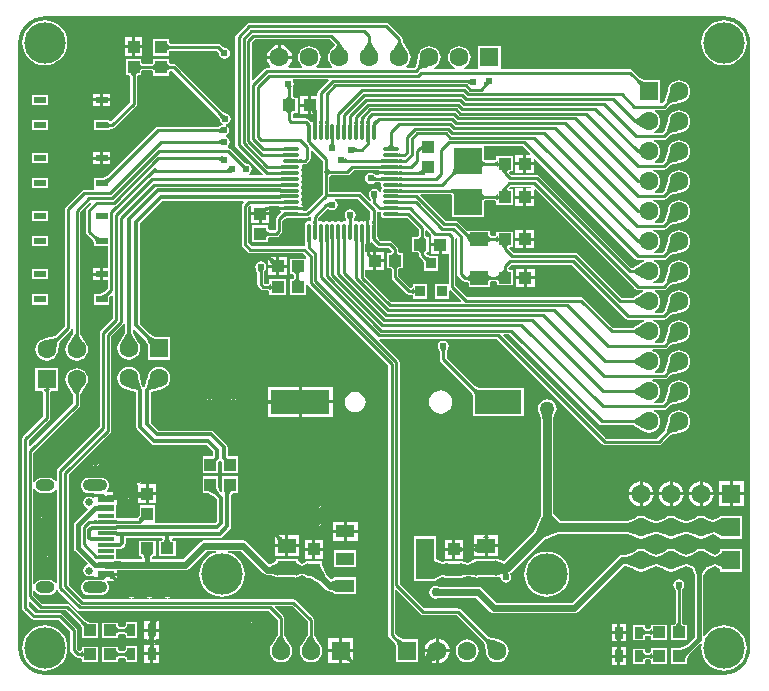
<source format=gtl>
G04 Layer_Physical_Order=1*
G04 Layer_Color=255*
%FSLAX25Y25*%
%MOIN*%
G70*
G01*
G75*
%ADD10R,0.02756X0.03937*%
%ADD11R,0.03937X0.04331*%
%ADD12R,0.04331X0.03937*%
%ADD13R,0.15748X0.07874*%
%ADD14R,0.19685X0.07874*%
%ADD15O,0.05709X0.01181*%
%ADD16O,0.01181X0.05709*%
%ADD17R,0.09449X0.08661*%
%ADD18R,0.05905X0.04724*%
%ADD19R,0.03543X0.03740*%
%ADD20R,0.03543X0.03740*%
%ADD21R,0.03937X0.02165*%
%ADD22R,0.05709X0.02362*%
%ADD23R,0.05709X0.01181*%
%ADD24R,0.05905X0.05118*%
%ADD25R,0.06102X0.13583*%
%ADD26R,0.06102X0.04331*%
%ADD27R,0.06102X0.04331*%
%ADD28C,0.01000*%
%ADD29C,0.01300*%
%ADD30C,0.02300*%
%ADD31C,0.03000*%
%ADD32C,0.01500*%
%ADD33R,0.17000X0.07300*%
%ADD34R,0.08000X0.10000*%
%ADD35R,0.26500X0.09900*%
%ADD36R,0.32000X0.10000*%
%ADD37R,0.14500X0.21200*%
%ADD38R,0.13200X0.14500*%
%ADD39C,0.06299*%
%ADD40R,0.06299X0.06299*%
%ADD41C,0.13780*%
%ADD42R,0.06299X0.06299*%
%ADD43C,0.02598*%
%ADD44O,0.08268X0.03937*%
%ADD45O,0.06299X0.03937*%
%ADD46C,0.02400*%
%ADD47C,0.03000*%
%ADD48C,0.05000*%
G36*
X533221Y392530D02*
X534879Y392027D01*
X536408Y391210D01*
X537748Y390110D01*
X538847Y388770D01*
X539664Y387242D01*
X540168Y385583D01*
X540334Y383899D01*
X540325Y383858D01*
Y182087D01*
X540334Y182046D01*
X540168Y180362D01*
X539664Y178703D01*
X538847Y177175D01*
X537748Y175835D01*
X536408Y174735D01*
X534879Y173918D01*
X533221Y173415D01*
X531536Y173249D01*
X531496Y173257D01*
X305118D01*
X305078Y173249D01*
X303393Y173415D01*
X301735Y173918D01*
X300206Y174735D01*
X298866Y175835D01*
X297767Y177175D01*
X296950Y178703D01*
X296447Y180362D01*
X296281Y182046D01*
X296289Y182087D01*
Y383858D01*
X296281Y383899D01*
X296447Y385583D01*
X296950Y387242D01*
X297767Y388770D01*
X298866Y390110D01*
X300206Y391210D01*
X301735Y392027D01*
X303393Y392530D01*
X305078Y392696D01*
X305118Y392688D01*
X531496D01*
X531536Y392696D01*
X533221Y392530D01*
D02*
G37*
%LPC*%
G36*
X368500Y285109D02*
Y284500D01*
X369109D01*
X368865Y284865D01*
X368500Y285109D01*
D02*
G37*
G36*
X367500D02*
X367135Y284865D01*
X366891Y284500D01*
X367500D01*
Y285109D01*
D02*
G37*
G36*
X381109Y229500D02*
X380500D01*
Y228891D01*
X380865Y229135D01*
X381109Y229500D01*
D02*
G37*
G36*
X387500D02*
X386891D01*
X387135Y229135D01*
X387500Y228891D01*
Y229500D01*
D02*
G37*
G36*
X360500Y285109D02*
Y284500D01*
X361109D01*
X360865Y284865D01*
X360500Y285109D01*
D02*
G37*
G36*
X395500Y229500D02*
X394891D01*
X395135Y229135D01*
X395500Y228891D01*
Y229500D01*
D02*
G37*
G36*
X397109D02*
X396500D01*
Y228891D01*
X396865Y229135D01*
X397109Y229500D01*
D02*
G37*
G36*
X359500Y285109D02*
X359135Y284865D01*
X358891Y284500D01*
X359500D01*
Y285109D01*
D02*
G37*
G36*
X389109Y229500D02*
X388500D01*
Y228891D01*
X388865Y229135D01*
X389109Y229500D01*
D02*
G37*
G36*
X379500D02*
X378891D01*
X379135Y229135D01*
X379500Y228891D01*
Y229500D01*
D02*
G37*
G36*
X454500Y225109D02*
Y224500D01*
X455109D01*
X454865Y224865D01*
X454500Y225109D01*
D02*
G37*
G36*
X461500D02*
X461135Y224865D01*
X460891Y224500D01*
X461500D01*
Y225109D01*
D02*
G37*
G36*
X446500D02*
Y224500D01*
X447109D01*
X446865Y224865D01*
X446500Y225109D01*
D02*
G37*
G36*
X453500D02*
X453135Y224865D01*
X452891Y224500D01*
X453500D01*
Y225109D01*
D02*
G37*
G36*
X462500D02*
Y224500D01*
X463109D01*
X462865Y224865D01*
X462500Y225109D01*
D02*
G37*
G36*
X306132Y299950D02*
X300995D01*
Y296585D01*
X306132D01*
Y299950D01*
D02*
G37*
G36*
X373109Y229500D02*
X372500D01*
Y228891D01*
X372865Y229135D01*
X373109Y229500D01*
D02*
G37*
G36*
X377100Y310935D02*
X376398Y310796D01*
X375802Y310398D01*
X375404Y309802D01*
X375265Y309100D01*
X375404Y308398D01*
X375649Y308032D01*
X375648Y308025D01*
X375978Y307099D01*
Y303300D01*
X375978Y303300D01*
X376064Y302871D01*
X376307Y302507D01*
X377207Y301607D01*
X377207Y301607D01*
X377571Y301364D01*
X378000Y301278D01*
X379391D01*
X379988Y300980D01*
Y299832D01*
X385519D01*
Y304969D01*
X379988D01*
Y303820D01*
X379391Y303521D01*
X378465D01*
X378222Y303765D01*
Y307099D01*
X378552Y308025D01*
X378551Y308032D01*
X378796Y308398D01*
X378935Y309100D01*
X378796Y309802D01*
X378398Y310398D01*
X377802Y310796D01*
X377100Y310935D01*
D02*
G37*
G36*
X371500Y229500D02*
X370891D01*
X371135Y229135D01*
X371500Y228891D01*
Y229500D01*
D02*
G37*
G36*
X437500D02*
X436891D01*
X437135Y229135D01*
X437500Y228891D01*
Y229500D01*
D02*
G37*
G36*
X361109Y277500D02*
X360500D01*
Y276891D01*
X360865Y277135D01*
X361109Y277500D01*
D02*
G37*
G36*
X359500D02*
X358891D01*
X359135Y277135D01*
X359500Y276891D01*
Y277500D01*
D02*
G37*
G36*
X369109D02*
X368500D01*
Y276891D01*
X368865Y277135D01*
X369109Y277500D01*
D02*
G37*
G36*
X367500D02*
X366891D01*
X367135Y277135D01*
X367500Y276891D01*
Y277500D01*
D02*
G37*
G36*
X447109Y229500D02*
X446500D01*
Y228891D01*
X446865Y229135D01*
X447109Y229500D01*
D02*
G37*
G36*
X367500Y273109D02*
X367135Y272865D01*
X366891Y272500D01*
X367500D01*
Y273109D01*
D02*
G37*
G36*
X360500D02*
Y272500D01*
X361109D01*
X360865Y272865D01*
X360500Y273109D01*
D02*
G37*
G36*
X453500Y229500D02*
X452891D01*
X453135Y229135D01*
X453500Y228891D01*
Y229500D01*
D02*
G37*
G36*
X368500Y273109D02*
Y272500D01*
X369109D01*
X368865Y272865D01*
X368500Y273109D01*
D02*
G37*
G36*
X359500Y279109D02*
X359135Y278865D01*
X358891Y278500D01*
X359500D01*
Y279109D01*
D02*
G37*
G36*
X361109Y283500D02*
X360500D01*
Y282891D01*
X360865Y283135D01*
X361109Y283500D01*
D02*
G37*
G36*
X359500D02*
X358891D01*
X359135Y283135D01*
X359500Y282891D01*
Y283500D01*
D02*
G37*
G36*
X369109D02*
X368500D01*
Y282891D01*
X368865Y283135D01*
X369109Y283500D01*
D02*
G37*
G36*
X367500D02*
X366891D01*
X367135Y283135D01*
X367500Y282891D01*
Y283500D01*
D02*
G37*
G36*
X439109Y229500D02*
X438500D01*
Y228891D01*
X438865Y229135D01*
X439109Y229500D01*
D02*
G37*
G36*
X367500Y279109D02*
X367135Y278865D01*
X366891Y278500D01*
X367500D01*
Y279109D01*
D02*
G37*
G36*
X360500D02*
Y278500D01*
X361109D01*
X360865Y278865D01*
X360500Y279109D01*
D02*
G37*
G36*
X445500Y229500D02*
X444891D01*
X445135Y229135D01*
X445500Y228891D01*
Y229500D01*
D02*
G37*
G36*
X368500Y279109D02*
Y278500D01*
X369109D01*
X368865Y278865D01*
X368500Y279109D01*
D02*
G37*
G36*
X397109Y223500D02*
X396500D01*
Y222891D01*
X396865Y223135D01*
X397109Y223500D01*
D02*
G37*
G36*
X437500D02*
X436891D01*
X437135Y223135D01*
X437500Y222891D01*
Y223500D01*
D02*
G37*
G36*
X395500D02*
X394891D01*
X395135Y223135D01*
X395500Y222891D01*
Y223500D01*
D02*
G37*
G36*
X306132Y319295D02*
X300995D01*
Y315929D01*
X306132D01*
Y319295D01*
D02*
G37*
G36*
X439109Y223500D02*
X438500D01*
Y222891D01*
X438865Y223135D01*
X439109Y223500D01*
D02*
G37*
G36*
X453500D02*
X452891D01*
X453135Y223135D01*
X453500Y222891D01*
Y223500D01*
D02*
G37*
G36*
X455109D02*
X454500D01*
Y222891D01*
X454865Y223135D01*
X455109Y223500D01*
D02*
G37*
G36*
X445500D02*
X444891D01*
X445135Y223135D01*
X445500Y222891D01*
Y223500D01*
D02*
G37*
G36*
X447109D02*
X446500D01*
Y222891D01*
X446865Y223135D01*
X447109Y223500D01*
D02*
G37*
G36*
X359500Y317500D02*
X358891D01*
X359135Y317135D01*
X359500Y316891D01*
Y317500D01*
D02*
G37*
G36*
X379500Y223500D02*
X378891D01*
X379135Y223135D01*
X379500Y222891D01*
Y223500D01*
D02*
G37*
G36*
X381109D02*
X380500D01*
Y222891D01*
X380865Y223135D01*
X381109Y223500D01*
D02*
G37*
G36*
X371500D02*
X370891D01*
X371135Y223135D01*
X371500Y222891D01*
Y223500D01*
D02*
G37*
G36*
X373109D02*
X372500D01*
Y222891D01*
X372865Y223135D01*
X373109Y223500D01*
D02*
G37*
G36*
X366712Y317500D02*
X366500D01*
Y317288D01*
X366712Y317500D01*
D02*
G37*
G36*
X365500D02*
X364891D01*
X365135Y317135D01*
X365500Y316891D01*
Y317500D01*
D02*
G37*
G36*
X361109D02*
X360500D01*
Y316891D01*
X360865Y317135D01*
X361109Y317500D01*
D02*
G37*
G36*
X387500Y223500D02*
X386891D01*
X387135Y223135D01*
X387500Y222891D01*
Y223500D01*
D02*
G37*
G36*
X389109D02*
X388500D01*
Y222891D01*
X388865Y223135D01*
X389109Y223500D01*
D02*
G37*
G36*
X461500D02*
X460891D01*
X461135Y223135D01*
X461500Y222891D01*
Y223500D01*
D02*
G37*
G36*
X395500Y225109D02*
X395135Y224865D01*
X394891Y224500D01*
X395500D01*
Y225109D01*
D02*
G37*
G36*
X396500D02*
Y224500D01*
X397109D01*
X396865Y224865D01*
X396500Y225109D01*
D02*
G37*
G36*
X382254Y308800D02*
X379588D01*
Y306331D01*
X382254D01*
Y308800D01*
D02*
G37*
G36*
X388500Y225109D02*
Y224500D01*
X389109D01*
X388865Y224865D01*
X388500Y225109D01*
D02*
G37*
G36*
X306132Y308415D02*
X300995D01*
Y305050D01*
X306132D01*
Y308415D01*
D02*
G37*
G36*
X438500Y225109D02*
Y224500D01*
X439109D01*
X438865Y224865D01*
X438500Y225109D01*
D02*
G37*
G36*
X445500D02*
X445135Y224865D01*
X444891Y224500D01*
X445500D01*
Y225109D01*
D02*
G37*
G36*
X323536Y306232D02*
X321068D01*
Y304650D01*
X323536D01*
Y306232D01*
D02*
G37*
G36*
X437500Y225109D02*
X437135Y224865D01*
X436891Y224500D01*
X437500D01*
Y225109D01*
D02*
G37*
G36*
X385919Y308800D02*
X383254D01*
Y306331D01*
X385919D01*
Y308800D01*
D02*
G37*
G36*
X382254Y312268D02*
X379588D01*
Y309800D01*
X382254D01*
Y312268D01*
D02*
G37*
G36*
X371500Y225109D02*
X371135Y224865D01*
X370891Y224500D01*
X371500D01*
Y225109D01*
D02*
G37*
G36*
X463109Y223500D02*
X462500D01*
Y222891D01*
X462865Y223135D01*
X463109Y223500D01*
D02*
G37*
G36*
X385919Y312268D02*
X383254D01*
Y309800D01*
X385919D01*
Y312268D01*
D02*
G37*
G36*
X372500Y225109D02*
Y224500D01*
X373109D01*
X372865Y224865D01*
X372500Y225109D01*
D02*
G37*
G36*
X323536Y308815D02*
X321068D01*
Y307232D01*
X323536D01*
Y308815D01*
D02*
G37*
G36*
X387500Y225109D02*
X387135Y224865D01*
X386891Y224500D01*
X387500D01*
Y225109D01*
D02*
G37*
G36*
X379500D02*
X379135Y224865D01*
X378891Y224500D01*
X379500D01*
Y225109D01*
D02*
G37*
G36*
X380500D02*
Y224500D01*
X381109D01*
X380865Y224865D01*
X380500Y225109D01*
D02*
G37*
G36*
X359500Y273109D02*
X359135Y272865D01*
X358891Y272500D01*
X359500D01*
Y273109D01*
D02*
G37*
G36*
X316528Y233990D02*
X316540Y233957D01*
X316200D01*
Y233600D01*
X316557D01*
Y233940D01*
X316590Y233928D01*
X316565Y233965D01*
X316528Y233990D01*
D02*
G37*
G36*
X333000Y234109D02*
Y233500D01*
X333296D01*
X333485Y233685D01*
X333485Y233685D01*
X333365Y233865D01*
X333000Y234109D01*
D02*
G37*
G36*
X513400Y237620D02*
X512817Y237543D01*
X511807Y237125D01*
X510941Y236459D01*
X510275Y235593D01*
X509857Y234583D01*
X509780Y234000D01*
X513400D01*
Y237620D01*
D02*
G37*
G36*
X533400Y237650D02*
X529750D01*
Y234000D01*
X533400D01*
Y237650D01*
D02*
G37*
G36*
X314872Y233990D02*
X314835Y233965D01*
X314591Y233600D01*
X315200D01*
Y233957D01*
X314860D01*
X314872Y233990D01*
D02*
G37*
G36*
X342268Y233093D02*
X339800D01*
Y230428D01*
X342268D01*
Y233093D01*
D02*
G37*
G36*
X315200Y232600D02*
X314988D01*
X315200Y232388D01*
Y232600D01*
D02*
G37*
G36*
X332000Y234109D02*
X331635Y233865D01*
X331515Y233685D01*
X331515Y233685D01*
X331704Y233500D01*
X332000D01*
Y234109D01*
D02*
G37*
G36*
X528020Y233000D02*
X524400D01*
Y229380D01*
X524983Y229457D01*
X525993Y229875D01*
X526860Y230540D01*
X527525Y231407D01*
X527943Y232417D01*
X528020Y233000D01*
D02*
G37*
G36*
X503400Y237620D02*
X502817Y237543D01*
X501807Y237125D01*
X500941Y236459D01*
X500275Y235593D01*
X499857Y234583D01*
X499780Y234000D01*
X503400D01*
Y237620D01*
D02*
G37*
G36*
X342268Y236758D02*
X339800D01*
Y234093D01*
X342268D01*
Y236758D01*
D02*
G37*
G36*
X337109Y237500D02*
X334891D01*
X335135Y237135D01*
X335532Y236870D01*
X335851Y236806D01*
X336000Y236776D01*
X336332Y236333D01*
Y234093D01*
X338800D01*
Y236758D01*
X337169D01*
X337102Y236841D01*
X336948Y237258D01*
X337109Y237500D01*
D02*
G37*
G36*
X329500D02*
X328891D01*
X329135Y237135D01*
X329500Y236891D01*
Y237500D01*
D02*
G37*
G36*
X369468Y239319D02*
X364332D01*
Y234491D01*
X364294Y234400D01*
X364188Y234218D01*
X364166Y234206D01*
X363612Y234224D01*
X362868Y235710D01*
Y239319D01*
X357732D01*
Y233788D01*
X359433D01*
X361186Y232912D01*
X362425Y231672D01*
Y224124D01*
X361972Y223671D01*
X341956D01*
X341868Y224135D01*
X341868D01*
Y229665D01*
X336732D01*
Y226563D01*
X336100Y225321D01*
X329315D01*
X329264Y225347D01*
X328825Y225381D01*
Y229695D01*
X329225D01*
Y231376D01*
X325371D01*
Y232376D01*
X328207D01*
X328213Y233046D01*
X329213Y233300D01*
Y232376D01*
X329225D01*
Y234057D01*
X326003D01*
X325845Y234558D01*
X326177Y234991D01*
X326436Y235615D01*
X326524Y236286D01*
X326436Y236956D01*
X326177Y237581D01*
X325766Y238118D01*
X325229Y238529D01*
X324604Y238788D01*
X323934Y238877D01*
X319603D01*
X318933Y238788D01*
X318308Y238529D01*
X317771Y238118D01*
X317360Y237581D01*
X317101Y236956D01*
X317013Y236286D01*
X317101Y235615D01*
X317360Y234991D01*
X317771Y234454D01*
X318308Y234042D01*
X318933Y233783D01*
X319603Y233695D01*
X321516D01*
Y232337D01*
X321017Y232127D01*
X320541Y232445D01*
X319800Y232592D01*
X319059Y232445D01*
X318431Y232025D01*
X318011Y231397D01*
X317864Y230656D01*
X318011Y229915D01*
X318431Y229287D01*
X319059Y228867D01*
X319257Y228827D01*
X319402Y228349D01*
X315277Y224223D01*
X314978Y223777D01*
X314874Y223250D01*
Y215450D01*
X314978Y214923D01*
X315277Y214477D01*
X319472Y210281D01*
X319308Y209738D01*
X319059Y209689D01*
X318431Y209269D01*
X318011Y208641D01*
X317864Y207900D01*
X318011Y207159D01*
X318431Y206531D01*
X319059Y206111D01*
X319800Y205964D01*
X320541Y206111D01*
X321017Y206429D01*
X321516Y206219D01*
Y204861D01*
X319603D01*
X318933Y204772D01*
X318308Y204514D01*
X317771Y204102D01*
X317360Y203565D01*
X317101Y202941D01*
X317013Y202270D01*
X317101Y201600D01*
X317360Y200975D01*
X317771Y200438D01*
X318308Y200026D01*
X318933Y199768D01*
X319603Y199679D01*
X323934D01*
X324604Y199768D01*
X325229Y200026D01*
X325766Y200438D01*
X326177Y200975D01*
X326436Y201600D01*
X326524Y202270D01*
X326436Y202941D01*
X326177Y203565D01*
X325845Y203998D01*
X326003Y204498D01*
X329225D01*
Y206179D01*
X328517D01*
X328920Y205387D01*
X328090Y204803D01*
X326675Y205522D01*
X327460Y206179D01*
X325371D01*
Y207179D01*
X329225D01*
Y208019D01*
X330519Y208030D01*
X330554Y208045D01*
X351929D01*
X352612Y208181D01*
X353191Y208568D01*
X359039Y214416D01*
X362108D01*
X362182Y213916D01*
X361293Y213646D01*
X359992Y212951D01*
X358852Y212015D01*
X357916Y210874D01*
X357220Y209573D01*
X356792Y208161D01*
X356647Y206693D01*
X356792Y205225D01*
X357220Y203813D01*
X357916Y202512D01*
X358852Y201371D01*
X359992Y200435D01*
X361293Y199740D01*
X362705Y199311D01*
X364173Y199167D01*
X365641Y199311D01*
X367053Y199740D01*
X368354Y200435D01*
X369495Y201371D01*
X370431Y202512D01*
X371126Y203813D01*
X371555Y205225D01*
X371699Y206693D01*
X371555Y208161D01*
X371126Y209573D01*
X370431Y210874D01*
X369495Y212015D01*
X368354Y212951D01*
X367053Y213646D01*
X366164Y213916D01*
X366238Y214416D01*
X370361D01*
X377785Y206992D01*
X378364Y206605D01*
X379047Y206469D01*
X380399D01*
X382247Y205753D01*
Y205601D01*
X382768D01*
X382857Y205563D01*
X382948Y205601D01*
X388651D01*
X388742Y205563D01*
X388832Y205601D01*
X389353D01*
Y205753D01*
X390763Y206299D01*
X392231Y205659D01*
Y205488D01*
X392753D01*
X392844Y205451D01*
X392934Y205488D01*
X393496D01*
X396611Y203919D01*
X398947Y201583D01*
X399526Y201197D01*
X399932Y201116D01*
X399945Y201101D01*
X401661Y200341D01*
Y200080D01*
X404642D01*
X405313Y199946D01*
X405983Y200080D01*
X408964D01*
Y205610D01*
X401661D01*
Y205349D01*
X400668Y204909D01*
X398938Y206639D01*
X397369Y209755D01*
Y211019D01*
X392934D01*
X392844Y211056D01*
X392753Y211019D01*
X392231D01*
Y210848D01*
X390826Y210236D01*
X389353Y210968D01*
Y211919D01*
X382247D01*
Y210968D01*
X380376Y210038D01*
X379785D01*
X372362Y217462D01*
X371783Y217848D01*
X371100Y217984D01*
X358300D01*
X358300Y217984D01*
X357617Y217848D01*
X357038Y217462D01*
X357038Y217462D01*
X351190Y211613D01*
X341173D01*
X340862Y212113D01*
X341169Y212732D01*
X342019D01*
Y217868D01*
X336488D01*
Y212732D01*
X337338D01*
X337645Y212113D01*
X337335Y211613D01*
X330554D01*
X330519Y211629D01*
X328825Y211643D01*
Y215051D01*
X330125D01*
X330613Y215148D01*
X331026Y215424D01*
X331701Y216099D01*
X331978Y216512D01*
X332074Y217000D01*
Y218822D01*
X344145D01*
X344456Y218322D01*
X344231Y217868D01*
X343181D01*
Y212732D01*
X348712D01*
Y217868D01*
X347662D01*
X347437Y218322D01*
X347748Y218822D01*
X363453D01*
X363940Y218919D01*
X364354Y219195D01*
X366901Y221743D01*
X367178Y222156D01*
X367274Y222644D01*
Y232897D01*
X367720Y233788D01*
X369468D01*
Y239319D01*
D02*
G37*
G36*
X538050Y237650D02*
X534400D01*
Y234000D01*
X538050D01*
Y237650D01*
D02*
G37*
G36*
X514400Y237620D02*
Y234000D01*
X518020D01*
X517943Y234583D01*
X517525Y235593D01*
X516859Y236459D01*
X515993Y237125D01*
X514983Y237543D01*
X514400Y237620D01*
D02*
G37*
G36*
X523400Y237620D02*
X522817Y237543D01*
X521807Y237125D01*
X520940Y236459D01*
X520275Y235593D01*
X519857Y234583D01*
X519780Y234000D01*
X523400D01*
Y237620D01*
D02*
G37*
G36*
X524400Y237620D02*
Y234000D01*
X528020D01*
X527943Y234583D01*
X527525Y235593D01*
X526860Y236459D01*
X525993Y237125D01*
X524983Y237543D01*
X524400Y237620D01*
D02*
G37*
G36*
X504400D02*
Y234000D01*
X508020D01*
X507943Y234583D01*
X507525Y235593D01*
X506859Y236459D01*
X505993Y237125D01*
X504983Y237543D01*
X504400Y237620D01*
D02*
G37*
G36*
X332000Y232230D02*
X331795Y232029D01*
X331792Y232030D01*
X332000Y231891D01*
Y232230D01*
D02*
G37*
G36*
X395500Y231109D02*
X395135Y230865D01*
X394891Y230500D01*
X395500D01*
Y231109D01*
D02*
G37*
G36*
X388500D02*
Y230500D01*
X389109D01*
X388865Y230865D01*
X388500Y231109D01*
D02*
G37*
G36*
X437500D02*
X437135Y230865D01*
X436891Y230500D01*
X437500D01*
Y231109D01*
D02*
G37*
G36*
X396500D02*
Y230500D01*
X397109D01*
X396865Y230865D01*
X396500Y231109D01*
D02*
G37*
G36*
X387500D02*
X387135Y230865D01*
X386891Y230500D01*
X387500D01*
Y231109D01*
D02*
G37*
G36*
X372500D02*
Y230500D01*
X373109D01*
X372865Y230865D01*
X372500Y231109D01*
D02*
G37*
G36*
X371500D02*
X371135Y230865D01*
X370891Y230500D01*
X371500D01*
Y231109D01*
D02*
G37*
G36*
X380500D02*
Y230500D01*
X381109D01*
X380865Y230865D01*
X380500Y231109D01*
D02*
G37*
G36*
X379500D02*
X379135Y230865D01*
X378891Y230500D01*
X379500D01*
Y231109D01*
D02*
G37*
G36*
X438500D02*
Y230500D01*
X439109D01*
X438865Y230865D01*
X438500Y231109D01*
D02*
G37*
G36*
X338800Y233093D02*
X337355D01*
Y231800D01*
X336344Y232300D01*
Y233093D01*
X336332D01*
Y230428D01*
X338800D01*
Y233093D01*
D02*
G37*
G36*
X462500Y231109D02*
Y230500D01*
X463109D01*
X462865Y230865D01*
X462500Y231109D01*
D02*
G37*
G36*
X316557Y232600D02*
X316200D01*
Y231991D01*
X316565Y232235D01*
X316590Y232272D01*
X316557Y232260D01*
Y232600D01*
D02*
G37*
G36*
X333000Y232230D02*
Y231891D01*
X333208Y232030D01*
X333205Y232029D01*
X333000Y232230D01*
D02*
G37*
G36*
X461500Y231109D02*
X461135Y230865D01*
X460891Y230500D01*
X461500D01*
Y231109D01*
D02*
G37*
G36*
X446500D02*
Y230500D01*
X447109D01*
X446865Y230865D01*
X446500Y231109D01*
D02*
G37*
G36*
X445500D02*
X445135Y230865D01*
X444891Y230500D01*
X445500D01*
Y231109D01*
D02*
G37*
G36*
X454500D02*
Y230500D01*
X455109D01*
X454865Y230865D01*
X454500Y231109D01*
D02*
G37*
G36*
X453500D02*
X453135Y230865D01*
X452891Y230500D01*
X453500D01*
Y231109D01*
D02*
G37*
G36*
X359500Y267109D02*
X359135Y266865D01*
X358891Y266500D01*
X359500D01*
Y267109D01*
D02*
G37*
G36*
X538050Y233000D02*
X534400D01*
Y229350D01*
X538050D01*
Y233000D01*
D02*
G37*
G36*
X367500Y267109D02*
X367135Y266865D01*
X366891Y266500D01*
X367500D01*
Y267109D01*
D02*
G37*
G36*
X360500D02*
Y266500D01*
X361109D01*
X360865Y266865D01*
X360500Y267109D01*
D02*
G37*
G36*
X503400Y233000D02*
X499780D01*
X499857Y232417D01*
X500275Y231407D01*
X500941Y230540D01*
X501807Y229875D01*
X502817Y229457D01*
X503400Y229380D01*
Y233000D01*
D02*
G37*
G36*
X361109Y265500D02*
X360500D01*
Y264891D01*
X360865Y265135D01*
X361109Y265500D01*
D02*
G37*
G36*
X359500D02*
X358891D01*
X359135Y265135D01*
X359500Y264891D01*
Y265500D01*
D02*
G37*
G36*
X369109D02*
X368500D01*
Y264891D01*
X368865Y265135D01*
X369109Y265500D01*
D02*
G37*
G36*
X367500D02*
X366891D01*
X367135Y265135D01*
X367500Y264891D01*
Y265500D01*
D02*
G37*
G36*
X368500Y267109D02*
Y266500D01*
X369109D01*
X368865Y266865D01*
X368500Y267109D01*
D02*
G37*
G36*
X361109Y271500D02*
X360500D01*
Y270891D01*
X360865Y271135D01*
X361109Y271500D01*
D02*
G37*
G36*
X359500D02*
X358891D01*
X359135Y271135D01*
X359500Y270891D01*
Y271500D01*
D02*
G37*
G36*
X369109D02*
X368500D01*
Y270891D01*
X368865Y271135D01*
X369109Y271500D01*
D02*
G37*
G36*
X367500D02*
X366891D01*
X367135Y271135D01*
X367500Y270891D01*
Y271500D01*
D02*
G37*
G36*
X343100Y275782D02*
X342121Y275653D01*
X341209Y275275D01*
X340426Y274674D01*
X339825Y273891D01*
X339447Y272979D01*
X339351Y272248D01*
X339326Y272217D01*
X338494Y269296D01*
X338361Y269163D01*
X338050Y269129D01*
X337739Y269163D01*
X337669Y269233D01*
X336876Y272140D01*
X336861Y272159D01*
X336753Y272979D01*
X336375Y273891D01*
X335774Y274674D01*
X334991Y275275D01*
X334079Y275653D01*
X333100Y275782D01*
X332121Y275653D01*
X331209Y275275D01*
X330426Y274674D01*
X329825Y273891D01*
X329447Y272979D01*
X329318Y272000D01*
X329447Y271021D01*
X329825Y270109D01*
X330426Y269326D01*
X331209Y268725D01*
X332121Y268347D01*
X332941Y268239D01*
X332961Y268224D01*
X335626Y267496D01*
Y255747D01*
X335722Y255260D01*
X335999Y254846D01*
X340746Y250099D01*
X341160Y249822D01*
X341647Y249726D01*
X359022D01*
X361175Y247572D01*
Y246012D01*
X357732D01*
Y240481D01*
X362868D01*
Y244013D01*
X363289Y244433D01*
X363600Y244468D01*
X363911Y244433D01*
X364332Y244013D01*
Y240481D01*
X369468D01*
Y246012D01*
X366024D01*
Y249053D01*
X365928Y249540D01*
X365651Y249954D01*
X361404Y254201D01*
X360990Y254478D01*
X360503Y254574D01*
X343128D01*
X340475Y257228D01*
Y267522D01*
X343162Y268224D01*
X343166Y268227D01*
X344079Y268347D01*
X344991Y268725D01*
X345774Y269326D01*
X346375Y270109D01*
X346753Y271021D01*
X346882Y272000D01*
X346753Y272979D01*
X346375Y273891D01*
X345774Y274674D01*
X344991Y275275D01*
X344079Y275653D01*
X343100Y275782D01*
D02*
G37*
G36*
X463109Y229500D02*
X462500D01*
Y228891D01*
X462865Y229135D01*
X463109Y229500D01*
D02*
G37*
G36*
X533400Y233000D02*
X529750D01*
Y229350D01*
X533400D01*
Y233000D01*
D02*
G37*
G36*
X455109Y229500D02*
X454500D01*
Y228891D01*
X454865Y229135D01*
X455109Y229500D01*
D02*
G37*
G36*
X461500D02*
X460891D01*
X461135Y229135D01*
X461500Y228891D01*
Y229500D01*
D02*
G37*
G36*
X401143Y269037D02*
X390800D01*
Y264600D01*
X401143D01*
Y269037D01*
D02*
G37*
G36*
X321500Y243500D02*
X321143D01*
Y243160D01*
X321110Y243172D01*
X321135Y243135D01*
X321500Y242891D01*
Y243500D01*
D02*
G37*
G36*
X323109D02*
X322500D01*
Y242891D01*
X322865Y243135D01*
X323109Y243500D01*
D02*
G37*
G36*
X322500Y245109D02*
Y244500D01*
X323109D01*
X322865Y244865D01*
X322500Y245109D01*
D02*
G37*
G36*
X321500D02*
X321135Y244865D01*
X321110Y244828D01*
X321143Y244840D01*
Y244500D01*
X321500D01*
Y245109D01*
D02*
G37*
G36*
X336500Y239109D02*
Y238500D01*
X337109D01*
X336865Y238865D01*
X336500Y239109D01*
D02*
G37*
G36*
X329500D02*
X329135Y238865D01*
X328891Y238500D01*
X329500D01*
Y239109D01*
D02*
G37*
G36*
X331109Y237500D02*
X330500D01*
Y236891D01*
X330865Y237135D01*
X331109Y237500D01*
D02*
G37*
G36*
X335500Y239109D02*
X335135Y238865D01*
X334891Y238500D01*
X335500D01*
Y239109D01*
D02*
G37*
G36*
X330500D02*
Y238500D01*
X331109D01*
X330865Y238865D01*
X330500Y239109D01*
D02*
G37*
G36*
X518020Y233000D02*
X514400D01*
Y229380D01*
X514983Y229457D01*
X515993Y229875D01*
X516859Y230540D01*
X517525Y231407D01*
X517943Y232417D01*
X518020Y233000D01*
D02*
G37*
G36*
X389800Y263600D02*
X380482D01*
Y263100D01*
X379469Y263600D01*
X379457D01*
Y259163D01*
X389800D01*
Y263600D01*
D02*
G37*
G36*
X408521Y267592D02*
X407617Y267473D01*
X406775Y267124D01*
X406051Y266569D01*
X405496Y265846D01*
X405147Y265004D01*
X405028Y264100D01*
X405147Y263196D01*
X405496Y262354D01*
X406051Y261631D01*
X406775Y261076D01*
X407617Y260727D01*
X408521Y260608D01*
X409424Y260727D01*
X410266Y261076D01*
X410990Y261631D01*
X411545Y262354D01*
X411894Y263196D01*
X412013Y264100D01*
X411894Y265004D01*
X411545Y265846D01*
X410990Y266569D01*
X410266Y267124D01*
X409424Y267473D01*
X408521Y267592D01*
D02*
G37*
G36*
X389800Y269037D02*
X379457D01*
Y264600D01*
X379469D01*
X380482Y265100D01*
Y264600D01*
X389800D01*
Y269037D01*
D02*
G37*
G36*
X513400Y233000D02*
X509780D01*
X509857Y232417D01*
X510275Y231407D01*
X510941Y230540D01*
X511807Y229875D01*
X512817Y229457D01*
X513400Y229380D01*
Y233000D01*
D02*
G37*
G36*
X437064Y267989D02*
X436057Y267857D01*
X435119Y267468D01*
X434314Y266850D01*
X433696Y266045D01*
X433307Y265107D01*
X433175Y264100D01*
X433307Y263093D01*
X433696Y262155D01*
X434314Y261350D01*
X435119Y260732D01*
X436057Y260343D01*
X437064Y260211D01*
X438070Y260343D01*
X439008Y260732D01*
X439814Y261350D01*
X440432Y262155D01*
X440820Y263093D01*
X440953Y264100D01*
X440820Y265107D01*
X440432Y266045D01*
X439814Y266850D01*
X439008Y267468D01*
X438070Y267857D01*
X437064Y267989D01*
D02*
G37*
G36*
X523400Y233000D02*
X519780D01*
X519857Y232417D01*
X520275Y231407D01*
X520940Y230540D01*
X521807Y229875D01*
X522817Y229457D01*
X523400Y229380D01*
Y233000D01*
D02*
G37*
G36*
X508020D02*
X504400D01*
Y229380D01*
X504983Y229457D01*
X505993Y229875D01*
X506859Y230540D01*
X507525Y231407D01*
X507943Y232417D01*
X508020Y233000D01*
D02*
G37*
G36*
X437900Y284535D02*
X437198Y284396D01*
X436602Y283998D01*
X436204Y283402D01*
X436065Y282700D01*
X436204Y281998D01*
X436449Y281632D01*
X436448Y281625D01*
X436778Y280699D01*
Y278300D01*
X436778Y278300D01*
X436864Y277871D01*
X437107Y277507D01*
X447158Y267456D01*
X447826Y266142D01*
Y259563D01*
X464774D01*
Y268637D01*
X449795D01*
X448481Y269305D01*
X439022Y278765D01*
Y280699D01*
X439352Y281625D01*
X439351Y281632D01*
X439596Y281998D01*
X439735Y282700D01*
X439596Y283402D01*
X439198Y283998D01*
X438602Y284396D01*
X437900Y284535D01*
D02*
G37*
G36*
X401143Y263600D02*
X390800D01*
Y259163D01*
X401143D01*
Y263600D01*
D02*
G37*
G36*
X409364Y224121D02*
X405813D01*
Y221455D01*
X409364D01*
Y224121D01*
D02*
G37*
G36*
X327005Y347503D02*
X324536D01*
Y345920D01*
X327005D01*
Y347503D01*
D02*
G37*
G36*
X323536D02*
X321068D01*
Y345920D01*
X323536D01*
Y347503D01*
D02*
G37*
G36*
X340191Y191028D02*
X338313D01*
Y188559D01*
X340191D01*
Y190016D01*
X339325D01*
X340191Y190542D01*
Y191028D01*
D02*
G37*
G36*
X343069D02*
X341215D01*
X342130Y190723D01*
X342057Y190016D01*
X341191D01*
Y188559D01*
X343069D01*
Y191028D01*
D02*
G37*
G36*
X374000Y190609D02*
Y190000D01*
X374609D01*
X374365Y190365D01*
X374000Y190609D01*
D02*
G37*
G36*
X472441Y214219D02*
X470973Y214074D01*
X469561Y213646D01*
X468260Y212951D01*
X467119Y212015D01*
X466183Y210874D01*
X465488Y209573D01*
X465060Y208161D01*
X464915Y206693D01*
X465060Y205225D01*
X465488Y203813D01*
X466183Y202512D01*
X467119Y201371D01*
X468260Y200435D01*
X469561Y199740D01*
X470973Y199311D01*
X472441Y199167D01*
X473909Y199311D01*
X475321Y199740D01*
X476622Y200435D01*
X477763Y201371D01*
X478699Y202512D01*
X479394Y203813D01*
X479822Y205225D01*
X479967Y206693D01*
X479822Y208161D01*
X479394Y209573D01*
X478699Y210874D01*
X477763Y212015D01*
X476622Y212951D01*
X475321Y213646D01*
X473909Y214074D01*
X472441Y214219D01*
D02*
G37*
G36*
X335976Y190628D02*
X332020D01*
Y189380D01*
X331423Y189081D01*
X330208D01*
X329612Y189376D01*
Y190528D01*
X324081D01*
Y185391D01*
X329612D01*
Y186544D01*
X330208Y186838D01*
X331423D01*
X332020Y186540D01*
Y185491D01*
X335976D01*
Y190628D01*
D02*
G37*
G36*
X373000Y190212D02*
X372788Y190000D01*
X373000D01*
Y190212D01*
D02*
G37*
G36*
X512572Y189921D02*
X507042D01*
Y188769D01*
X506446Y188474D01*
X505776D01*
X505179Y188773D01*
Y189822D01*
X501223D01*
Y184685D01*
X505179D01*
Y185933D01*
X505776Y186231D01*
X506446D01*
X507042Y185937D01*
Y184784D01*
X512572D01*
Y189921D01*
D02*
G37*
G36*
X516500Y204935D02*
X515798Y204796D01*
X515202Y204398D01*
X514804Y203802D01*
X514665Y203100D01*
X514804Y202398D01*
X515049Y202032D01*
X515048Y202025D01*
X515378Y201099D01*
Y190517D01*
X515084Y189921D01*
X513735D01*
Y184784D01*
X519265D01*
Y189921D01*
X517916D01*
X517622Y190517D01*
Y201099D01*
X517952Y202025D01*
X517951Y202032D01*
X518196Y202398D01*
X518335Y203100D01*
X518196Y203802D01*
X517798Y204398D01*
X517202Y204796D01*
X516500Y204935D01*
D02*
G37*
G36*
X306132Y357983D02*
X300995D01*
Y354617D01*
X306132D01*
Y357983D01*
D02*
G37*
G36*
X498886Y186753D02*
X497008D01*
Y185309D01*
X497508D01*
X497008Y184297D01*
X497008D01*
Y184285D01*
X498886D01*
Y186753D01*
D02*
G37*
G36*
X343069Y187559D02*
X340691D01*
X338313D01*
Y185091D01*
X339151D01*
X339341Y184839D01*
X339404Y184700D01*
X340237D01*
X339827Y185118D01*
X339984Y185520D01*
X339691Y186115D01*
X341691D01*
X341358Y185442D01*
X341502Y184991D01*
X341217Y184700D01*
X341796D01*
X341859Y184839D01*
X342049Y185091D01*
X343069D01*
Y187559D01*
D02*
G37*
G36*
X373000Y189000D02*
X372391D01*
X372635Y188635D01*
X373000Y188391D01*
Y189000D01*
D02*
G37*
G36*
X374609D02*
X374000D01*
Y188391D01*
X374365Y188635D01*
X374609Y189000D01*
D02*
G37*
G36*
X496008Y190222D02*
X494130D01*
Y187753D01*
X496008D01*
Y190222D01*
D02*
G37*
G36*
X498886D02*
X497008D01*
Y187753D01*
X498886D01*
Y190222D01*
D02*
G37*
G36*
X333500Y201109D02*
X333135Y200865D01*
X332891Y200500D01*
X333500D01*
Y201109D01*
D02*
G37*
G36*
X335109Y205500D02*
X334500D01*
Y204891D01*
X334865Y205135D01*
X335109Y205500D01*
D02*
G37*
G36*
X339500D02*
X338891D01*
X339135Y205135D01*
X339500Y204891D01*
Y205500D01*
D02*
G37*
G36*
X316857Y204900D02*
X316500D01*
Y204291D01*
X316865Y204535D01*
X316890Y204572D01*
X316857Y204560D01*
Y204900D01*
D02*
G37*
G36*
X333500Y205500D02*
X332891D01*
X333135Y205135D01*
X333500Y204891D01*
Y205500D01*
D02*
G37*
G36*
X347109D02*
X346500D01*
Y204891D01*
X346865Y205135D01*
X347109Y205500D01*
D02*
G37*
G36*
X315500Y206112D02*
X315288Y205900D01*
X315500D01*
Y206112D01*
D02*
G37*
G36*
X341109Y205500D02*
X340500D01*
Y204891D01*
X340865Y205135D01*
X341109Y205500D01*
D02*
G37*
G36*
X345500D02*
X344891D01*
X345135Y205135D01*
X345500Y204891D01*
Y205500D01*
D02*
G37*
G36*
X315500Y204900D02*
X314891D01*
X315135Y204535D01*
X315500Y204291D01*
Y204900D01*
D02*
G37*
G36*
X306132Y347103D02*
X300995D01*
Y343738D01*
X306132D01*
Y347103D01*
D02*
G37*
G36*
X340500Y201109D02*
Y200500D01*
X341109D01*
X340865Y200865D01*
X340500Y201109D01*
D02*
G37*
G36*
X334500D02*
Y200500D01*
X335109D01*
X334865Y200865D01*
X334500Y201109D01*
D02*
G37*
G36*
X339500D02*
X339135Y200865D01*
X338891Y200500D01*
X339500D01*
Y201109D01*
D02*
G37*
G36*
X345500D02*
X345135Y200865D01*
X344891Y200500D01*
X345500D01*
Y201109D01*
D02*
G37*
G36*
X346500D02*
Y200500D01*
X347109D01*
X346865Y200865D01*
X346500Y201109D01*
D02*
G37*
G36*
X327005Y344920D02*
X324536D01*
Y343338D01*
X327005D01*
Y344920D01*
D02*
G37*
G36*
X323536D02*
X321068D01*
Y343338D01*
X323536D01*
Y344920D01*
D02*
G37*
G36*
X334200Y381946D02*
X331732D01*
Y379281D01*
X334200D01*
Y381946D01*
D02*
G37*
G36*
X346468Y385112D02*
X341332D01*
Y379581D01*
X346468D01*
Y380930D01*
X347065Y381225D01*
X362489D01*
X362792Y380922D01*
X363213Y380034D01*
X363219Y380029D01*
X363304Y379598D01*
X363702Y379002D01*
X364298Y378604D01*
X365000Y378465D01*
X365702Y378604D01*
X366298Y379002D01*
X366696Y379598D01*
X366835Y380300D01*
X366696Y381002D01*
X366298Y381598D01*
X365702Y381996D01*
X365271Y382081D01*
X365266Y382087D01*
X364378Y382508D01*
X363747Y383139D01*
X363383Y383383D01*
X362953Y383468D01*
X362953Y383468D01*
X347065D01*
X346468Y383763D01*
Y385112D01*
D02*
G37*
G36*
X440020Y180700D02*
X436400D01*
Y177080D01*
X436983Y177157D01*
X437993Y177575D01*
X438860Y178241D01*
X439525Y179107D01*
X439943Y180117D01*
X440020Y180700D01*
D02*
G37*
G36*
X337668Y381946D02*
X335200D01*
Y379281D01*
X337668D01*
Y381946D01*
D02*
G37*
G36*
X340191Y179606D02*
X338313D01*
Y177138D01*
X340191D01*
Y179606D01*
D02*
G37*
G36*
X343069D02*
X341191D01*
Y177138D01*
X343069D01*
Y179606D01*
D02*
G37*
G36*
X531496Y391384D02*
X530028Y391240D01*
X528616Y390811D01*
X527315Y390116D01*
X526174Y389180D01*
X525238Y388039D01*
X524543Y386738D01*
X524115Y385327D01*
X523970Y383858D01*
X524115Y382390D01*
X524543Y380978D01*
X525238Y379677D01*
X526174Y378537D01*
X527315Y377601D01*
X528616Y376905D01*
X530028Y376477D01*
X531496Y376332D01*
X532964Y376477D01*
X534376Y376905D01*
X535677Y377601D01*
X536818Y378537D01*
X537754Y379677D01*
X538449Y380978D01*
X538877Y382390D01*
X539022Y383858D01*
X538877Y385327D01*
X538449Y386738D01*
X537754Y388039D01*
X536818Y389180D01*
X535677Y390116D01*
X534376Y390811D01*
X532964Y391240D01*
X531496Y391384D01*
D02*
G37*
G36*
X305118D02*
X303650Y391240D01*
X302238Y390811D01*
X300937Y390116D01*
X299796Y389180D01*
X298861Y388039D01*
X298165Y386738D01*
X297737Y385327D01*
X297592Y383858D01*
X297737Y382390D01*
X298165Y380978D01*
X298861Y379677D01*
X299796Y378537D01*
X300937Y377601D01*
X302238Y376905D01*
X303650Y376477D01*
X305118Y376332D01*
X306586Y376477D01*
X307998Y376905D01*
X309299Y377601D01*
X310440Y378537D01*
X311376Y379677D01*
X312071Y380978D01*
X312499Y382390D01*
X312644Y383858D01*
X312499Y385327D01*
X312071Y386738D01*
X311376Y388039D01*
X310440Y389180D01*
X309299Y390116D01*
X307998Y390811D01*
X306586Y391240D01*
X305118Y391384D01*
D02*
G37*
G36*
X435400Y177941D02*
X433820Y177570D01*
X434817Y177157D01*
X435400Y177080D01*
Y177941D01*
D02*
G37*
G36*
X334200Y385612D02*
X331732D01*
Y382946D01*
X334200D01*
Y385612D01*
D02*
G37*
G36*
X305118Y189613D02*
X303650Y189468D01*
X302238Y189040D01*
X300937Y188344D01*
X299796Y187408D01*
X298861Y186268D01*
X298165Y184967D01*
X297737Y183555D01*
X297592Y182087D01*
X297737Y180618D01*
X298165Y179207D01*
X298861Y177905D01*
X299796Y176765D01*
X300937Y175829D01*
X302238Y175134D01*
X303650Y174705D01*
X305118Y174561D01*
X306586Y174705D01*
X307998Y175134D01*
X309299Y175829D01*
X310440Y176765D01*
X311376Y177905D01*
X312071Y179207D01*
X312499Y180618D01*
X312644Y182087D01*
X312499Y183555D01*
X312071Y184967D01*
X311376Y186268D01*
X310440Y187408D01*
X309299Y188344D01*
X307998Y189040D01*
X306586Y189468D01*
X305118Y189613D01*
D02*
G37*
G36*
X419000Y390422D02*
X419000Y390422D01*
X373237D01*
X373237Y390422D01*
X372808Y390336D01*
X372444Y390093D01*
X372444Y390093D01*
X368907Y386556D01*
X368664Y386192D01*
X368578Y385763D01*
X368579Y385763D01*
Y349837D01*
X368578Y349837D01*
X368664Y349408D01*
X368907Y349044D01*
X377807Y340144D01*
X377600Y339644D01*
X373363D01*
X373212Y340144D01*
X373598Y340402D01*
X373996Y340998D01*
X374135Y341700D01*
X373996Y342402D01*
X373598Y342998D01*
X373002Y343396D01*
X372571Y343481D01*
X372566Y343487D01*
X371678Y343908D01*
X366993Y348593D01*
X366629Y348836D01*
X366222Y348917D01*
X366187Y348976D01*
X366077Y349422D01*
X366198Y349502D01*
X366596Y350098D01*
X366735Y350800D01*
X366596Y351502D01*
X366198Y352098D01*
X365628Y352478D01*
X365591Y352651D01*
X365565Y353013D01*
X365998Y353302D01*
X366396Y353898D01*
X366535Y354600D01*
X366396Y355302D01*
X365998Y355898D01*
X365518Y356218D01*
X365554Y356694D01*
X365571Y356738D01*
X365902Y356804D01*
X366498Y357202D01*
X366896Y357798D01*
X367035Y358500D01*
X366896Y359202D01*
X366498Y359798D01*
X365902Y360196D01*
X365471Y360281D01*
X365466Y360287D01*
X364578Y360708D01*
X348839Y376447D01*
X348476Y376690D01*
X348046Y376775D01*
X348046Y376775D01*
X347065D01*
X346468Y377070D01*
Y378419D01*
X341332D01*
Y377170D01*
X340735Y376875D01*
X337865D01*
X337268Y377170D01*
Y378519D01*
X332132D01*
Y372988D01*
X333280D01*
X333578Y372391D01*
Y363965D01*
X327090Y357476D01*
X326605Y357716D01*
Y357983D01*
X321468D01*
Y354617D01*
X326605D01*
Y354884D01*
X327201Y355178D01*
X327500D01*
X327500Y355178D01*
X327929Y355264D01*
X328293Y355507D01*
X335493Y362707D01*
X335493Y362707D01*
X335736Y363071D01*
X335822Y363500D01*
Y372391D01*
X336120Y372988D01*
X337268D01*
Y374338D01*
X337865Y374632D01*
X340735D01*
X341332Y374338D01*
Y372888D01*
X346468D01*
Y374237D01*
X347065Y374532D01*
X347582D01*
X362992Y359122D01*
X363413Y358234D01*
X363419Y358229D01*
X363504Y357798D01*
X363902Y357202D01*
X364382Y356882D01*
X364346Y356406D01*
X364329Y356362D01*
X363998Y356296D01*
X363632Y356051D01*
X363625Y356052D01*
X362699Y355721D01*
X342700D01*
X342700Y355722D01*
X342271Y355636D01*
X341907Y355393D01*
X341907Y355393D01*
X325820Y339307D01*
X324507Y338639D01*
X321468D01*
Y335322D01*
X321468Y335273D01*
X321351Y334822D01*
X318300D01*
X317871Y334736D01*
X317507Y334493D01*
X317507Y334493D01*
X312107Y329093D01*
X311864Y328729D01*
X311778Y328300D01*
X311778Y328300D01*
Y289265D01*
X308605Y286091D01*
X305583Y285382D01*
X305557Y285363D01*
X304721Y285253D01*
X303809Y284875D01*
X303026Y284274D01*
X302425Y283491D01*
X302047Y282579D01*
X301918Y281600D01*
X302047Y280621D01*
X302425Y279709D01*
X303026Y278926D01*
X303809Y278325D01*
X304721Y277947D01*
X305700Y277818D01*
X306679Y277947D01*
X307591Y278325D01*
X308374Y278926D01*
X308975Y279709D01*
X309353Y280621D01*
X309463Y281457D01*
X309482Y281483D01*
X310191Y284505D01*
X313693Y288007D01*
X313693Y288007D01*
X313936Y288371D01*
X314022Y288800D01*
X314021Y288800D01*
Y327406D01*
X314068Y327481D01*
X314078Y327486D01*
X314579Y327185D01*
Y286829D01*
X312943Y284191D01*
X312938Y284160D01*
X312425Y283491D01*
X312047Y282579D01*
X311918Y281600D01*
X312047Y280621D01*
X312425Y279709D01*
X313026Y278926D01*
X313809Y278325D01*
X314721Y277947D01*
X315700Y277818D01*
X316679Y277947D01*
X317591Y278325D01*
X318374Y278926D01*
X318975Y279709D01*
X319353Y280621D01*
X319482Y281600D01*
X319353Y282579D01*
X318975Y283491D01*
X318462Y284160D01*
X318457Y284191D01*
X316822Y286829D01*
Y327335D01*
X320205Y330719D01*
X320306Y330699D01*
X320470Y330157D01*
X319107Y328793D01*
X318864Y328429D01*
X318778Y328000D01*
X318778Y328000D01*
Y320900D01*
X318778Y320900D01*
X318864Y320471D01*
X319107Y320107D01*
X320799Y318414D01*
X321468Y317078D01*
Y315929D01*
X326079D01*
Y308815D01*
X324536D01*
Y306732D01*
Y304650D01*
X326079D01*
Y301896D01*
X324801Y300619D01*
X323464Y299950D01*
X321468D01*
Y296585D01*
X326605D01*
Y299072D01*
X327041Y299657D01*
X327183Y299682D01*
X327678Y299298D01*
Y291927D01*
X323707Y287956D01*
X323464Y287592D01*
X323378Y287163D01*
X323378Y287163D01*
Y255865D01*
X309507Y241993D01*
X309264Y241629D01*
X309178Y241200D01*
X309178Y241200D01*
Y237792D01*
X308967Y237691D01*
X308679Y237657D01*
X308325Y238118D01*
X307788Y238529D01*
X307163Y238788D01*
X306493Y238877D01*
X304131D01*
X303460Y238788D01*
X302835Y238529D01*
X302299Y238118D01*
X301887Y237581D01*
X301821Y237423D01*
X301322Y237522D01*
Y247235D01*
X316493Y262407D01*
X316736Y262771D01*
X316822Y263200D01*
X316822Y263200D01*
Y266371D01*
X318457Y269009D01*
X318462Y269040D01*
X318975Y269709D01*
X319353Y270621D01*
X319482Y271600D01*
X319353Y272579D01*
X318975Y273491D01*
X318374Y274274D01*
X317591Y274875D01*
X316679Y275253D01*
X315700Y275382D01*
X314721Y275253D01*
X313809Y274875D01*
X313026Y274274D01*
X312425Y273491D01*
X312047Y272579D01*
X311918Y271600D01*
X312047Y270621D01*
X312425Y269709D01*
X312938Y269040D01*
X312943Y269009D01*
X314579Y266371D01*
Y263665D01*
X300184Y249270D01*
X299722Y249461D01*
Y251335D01*
X306493Y258107D01*
X306493Y258107D01*
X306736Y258471D01*
X306822Y258900D01*
X306821Y258900D01*
Y267253D01*
X307120Y267850D01*
X309450D01*
Y275350D01*
X301950D01*
Y267850D01*
X304280D01*
X304578Y267253D01*
Y259365D01*
X297807Y252593D01*
X297564Y252229D01*
X297478Y251800D01*
X297479Y251800D01*
Y195500D01*
X297478Y195500D01*
X297564Y195071D01*
X297807Y194707D01*
X300607Y191907D01*
X300607Y191907D01*
X300971Y191664D01*
X301400Y191578D01*
X301400Y191578D01*
X309635D01*
X313579Y187635D01*
Y181400D01*
X313578Y181400D01*
X313664Y180971D01*
X313907Y180607D01*
X315300Y179214D01*
X315300Y179214D01*
X315664Y178971D01*
X316093Y178885D01*
X316093Y178885D01*
X316791D01*
X317388Y178587D01*
Y177439D01*
X322919D01*
Y182576D01*
X317388D01*
Y181427D01*
X316791Y181129D01*
X316558D01*
X315822Y181865D01*
Y188100D01*
X315736Y188529D01*
X315493Y188893D01*
X315493Y188893D01*
X310893Y193493D01*
X310529Y193736D01*
X310100Y193822D01*
X310100Y193822D01*
X301865D01*
X299722Y195965D01*
Y197539D01*
X300184Y197730D01*
X302930Y194984D01*
X303294Y194741D01*
X303723Y194655D01*
X303723Y194655D01*
X312212D01*
X316720Y190147D01*
X317388Y188833D01*
Y185391D01*
X322919D01*
Y190528D01*
X320157D01*
X318843Y191196D01*
X313470Y196570D01*
X313106Y196813D01*
X312677Y196898D01*
X312677Y196898D01*
X304188D01*
X301322Y199765D01*
Y201034D01*
X301821Y201133D01*
X301887Y200975D01*
X302299Y200438D01*
X302835Y200026D01*
X303460Y199768D01*
X304131Y199679D01*
X306493D01*
X307163Y199768D01*
X307788Y200026D01*
X308325Y200438D01*
X308736Y200975D01*
X308870Y201297D01*
X309434Y201353D01*
X309507Y201244D01*
X315944Y194807D01*
X316308Y194564D01*
X316737Y194478D01*
X316737Y194478D01*
X379735D01*
X382679Y191535D01*
Y186429D01*
X381043Y183791D01*
X381038Y183760D01*
X380525Y183091D01*
X380147Y182179D01*
X380018Y181200D01*
X380147Y180221D01*
X380525Y179309D01*
X381126Y178526D01*
X381909Y177925D01*
X382821Y177547D01*
X383800Y177418D01*
X384779Y177547D01*
X385691Y177925D01*
X386474Y178526D01*
X387075Y179309D01*
X387453Y180221D01*
X387582Y181200D01*
X387453Y182179D01*
X387075Y183091D01*
X386562Y183760D01*
X386557Y183791D01*
X384922Y186429D01*
Y192000D01*
X384922Y192000D01*
X384836Y192429D01*
X384593Y192793D01*
X384593Y192793D01*
X381770Y195616D01*
X381961Y196078D01*
X387535D01*
X392678Y190935D01*
Y186429D01*
X391043Y183791D01*
X391038Y183760D01*
X390525Y183091D01*
X390147Y182179D01*
X390018Y181200D01*
X390147Y180221D01*
X390525Y179309D01*
X391126Y178526D01*
X391909Y177925D01*
X392821Y177547D01*
X393800Y177418D01*
X394779Y177547D01*
X395691Y177925D01*
X396474Y178526D01*
X397075Y179309D01*
X397453Y180221D01*
X397582Y181200D01*
X397453Y182179D01*
X397075Y183091D01*
X396562Y183760D01*
X396557Y183791D01*
X394921Y186429D01*
Y191400D01*
X394922Y191400D01*
X394836Y191829D01*
X394593Y192193D01*
X394593Y192193D01*
X388793Y197993D01*
X388429Y198236D01*
X388000Y198322D01*
X388000Y198322D01*
X346648D01*
X346251Y198571D01*
X346251Y198571D01*
X346251D01*
X346227Y198821D01*
X346254Y198827D01*
X346468Y198870D01*
X346865Y199135D01*
X347109Y199500D01*
X344891D01*
X345135Y199135D01*
X345532Y198870D01*
X345745Y198827D01*
X345773Y198821D01*
X345749Y198571D01*
X345749D01*
X345749Y198571D01*
X345352Y198322D01*
X340648D01*
X340251Y198571D01*
X340251Y198571D01*
X340251D01*
X340227Y198821D01*
X340254Y198827D01*
X340468Y198870D01*
X340865Y199135D01*
X341109Y199500D01*
X338891D01*
X339135Y199135D01*
X339532Y198870D01*
X339745Y198827D01*
X339773Y198821D01*
X339749Y198571D01*
X339749D01*
X339749Y198571D01*
X339352Y198322D01*
X334648D01*
X334251Y198571D01*
X334251Y198571D01*
X334251D01*
X334227Y198821D01*
X334255Y198827D01*
X334468Y198870D01*
X334865Y199135D01*
X335109Y199500D01*
X332891D01*
X333135Y199135D01*
X333532Y198870D01*
X333746Y198827D01*
X333773Y198821D01*
X333749Y198571D01*
X333749D01*
X333749Y198571D01*
X333352Y198322D01*
X317865D01*
X313021Y203165D01*
Y239835D01*
X326893Y253707D01*
X326893Y253707D01*
X327136Y254071D01*
X327221Y254500D01*
Y286035D01*
X331193Y290007D01*
X331193Y290007D01*
X331425Y290355D01*
X331469Y290364D01*
X331926Y290272D01*
Y287211D01*
X330418Y284664D01*
X329825Y283891D01*
X329447Y282979D01*
X329318Y282000D01*
X329447Y281021D01*
X329825Y280109D01*
X330426Y279326D01*
X331209Y278725D01*
X332121Y278347D01*
X333100Y278218D01*
X334079Y278347D01*
X334991Y278725D01*
X335774Y279326D01*
X336375Y280109D01*
X336753Y281021D01*
X336882Y282000D01*
X336753Y282979D01*
X336375Y283891D01*
X335949Y284447D01*
X335944Y284491D01*
X334474Y287161D01*
Y288116D01*
X334975Y288323D01*
X338474Y284823D01*
X339350Y283094D01*
Y278250D01*
X346850D01*
Y285750D01*
X342006D01*
X340277Y286626D01*
X336774Y290128D01*
Y323672D01*
X344280Y331177D01*
X371338D01*
X371529Y330715D01*
X371007Y330193D01*
X370764Y329829D01*
X370678Y329400D01*
X370678Y329400D01*
Y316700D01*
X370678Y316700D01*
X370764Y316271D01*
X371007Y315907D01*
X372807Y314107D01*
X372807Y314107D01*
X373171Y313864D01*
X373600Y313778D01*
X391135D01*
X392323Y312591D01*
X392304Y311949D01*
X392212Y311869D01*
X392078Y311869D01*
X386681D01*
Y306732D01*
X387884D01*
X388178Y306135D01*
Y305565D01*
X387884Y304969D01*
X386681D01*
Y299832D01*
X392212D01*
Y303153D01*
X392413Y303222D01*
X392712Y303236D01*
X392907Y302944D01*
X419578Y276273D01*
Y186400D01*
X419578Y186400D01*
X419664Y185971D01*
X419907Y185607D01*
X421482Y184032D01*
X422150Y182718D01*
Y177450D01*
X429650D01*
Y184950D01*
X424382D01*
X423069Y185618D01*
X421822Y186865D01*
Y201339D01*
X422284Y201530D01*
X430407Y193407D01*
X430771Y193164D01*
X431200Y193078D01*
X431200Y193078D01*
X442436D01*
X451409Y184105D01*
X452118Y181083D01*
X452137Y181057D01*
X452247Y180221D01*
X452625Y179309D01*
X453226Y178526D01*
X454009Y177925D01*
X454921Y177547D01*
X455900Y177418D01*
X456879Y177547D01*
X457791Y177925D01*
X458574Y178526D01*
X459175Y179309D01*
X459553Y180221D01*
X459682Y181200D01*
X459553Y182179D01*
X459175Y183091D01*
X458574Y183874D01*
X457791Y184475D01*
X456879Y184853D01*
X456043Y184963D01*
X456017Y184982D01*
X452995Y185691D01*
X443693Y194993D01*
X443329Y195236D01*
X442900Y195322D01*
X442900Y195322D01*
X431665D01*
X423422Y203565D01*
Y277400D01*
X423422Y277400D01*
X423336Y277829D01*
X423093Y278193D01*
X423093Y278193D01*
X416608Y284679D01*
X416815Y285178D01*
X455835D01*
X491007Y250007D01*
X491007Y250007D01*
X491371Y249764D01*
X491800Y249678D01*
X491800Y249678D01*
X509700D01*
X509700Y249678D01*
X510129Y249764D01*
X510493Y250007D01*
X513595Y253109D01*
X516617Y253818D01*
X516643Y253837D01*
X517479Y253947D01*
X518391Y254325D01*
X519174Y254926D01*
X519775Y255709D01*
X520153Y256621D01*
X520282Y257600D01*
X520153Y258579D01*
X519775Y259491D01*
X519174Y260274D01*
X518391Y260875D01*
X517479Y261253D01*
X516500Y261382D01*
X515521Y261253D01*
X514609Y260875D01*
X513826Y260274D01*
X513225Y259491D01*
X512847Y258579D01*
X512737Y257743D01*
X512718Y257717D01*
X512009Y254695D01*
X509235Y251922D01*
X492265D01*
X457870Y286316D01*
X458061Y286778D01*
X459935D01*
X489907Y256807D01*
X489907Y256807D01*
X490271Y256564D01*
X490700Y256478D01*
X490700Y256479D01*
X501271D01*
X503909Y254843D01*
X503940Y254838D01*
X504609Y254325D01*
X505521Y253947D01*
X506500Y253818D01*
X507479Y253947D01*
X508391Y254325D01*
X509174Y254926D01*
X509775Y255709D01*
X510153Y256621D01*
X510282Y257600D01*
X510153Y258579D01*
X509775Y259491D01*
X509174Y260274D01*
X508391Y260875D01*
X508142Y260979D01*
X508241Y261478D01*
X511500D01*
X511500Y261478D01*
X511929Y261564D01*
X512293Y261807D01*
X513595Y263109D01*
X516617Y263818D01*
X516643Y263837D01*
X517479Y263947D01*
X518391Y264325D01*
X519174Y264926D01*
X519775Y265709D01*
X520153Y266621D01*
X520282Y267600D01*
X520153Y268579D01*
X519775Y269491D01*
X519174Y270274D01*
X518391Y270875D01*
X517479Y271253D01*
X516500Y271382D01*
X515521Y271253D01*
X514609Y270875D01*
X513826Y270274D01*
X513225Y269491D01*
X512847Y268579D01*
X512737Y267743D01*
X512718Y267717D01*
X512009Y264695D01*
X511035Y263721D01*
X508241D01*
X508142Y264222D01*
X508391Y264325D01*
X509174Y264926D01*
X509775Y265709D01*
X510153Y266621D01*
X510282Y267600D01*
X510153Y268579D01*
X509775Y269491D01*
X509174Y270274D01*
X508391Y270875D01*
X507659Y271179D01*
X507759Y271678D01*
X511700D01*
X511700Y271678D01*
X512129Y271764D01*
X512493Y272007D01*
X513595Y273109D01*
X516617Y273818D01*
X516643Y273837D01*
X517479Y273947D01*
X518391Y274325D01*
X519174Y274926D01*
X519775Y275709D01*
X520153Y276621D01*
X520282Y277600D01*
X520153Y278579D01*
X519775Y279491D01*
X519174Y280274D01*
X518391Y280875D01*
X517479Y281253D01*
X516500Y281382D01*
X515521Y281253D01*
X514609Y280875D01*
X513826Y280274D01*
X513225Y279491D01*
X512847Y278579D01*
X512737Y277743D01*
X512718Y277717D01*
X512009Y274695D01*
X511235Y273921D01*
X508671D01*
X508517Y274422D01*
X509174Y274926D01*
X509775Y275709D01*
X510153Y276621D01*
X510282Y277600D01*
X510153Y278579D01*
X509775Y279491D01*
X509174Y280274D01*
X508391Y280875D01*
X507659Y281178D01*
X507759Y281679D01*
X511700D01*
X511700Y281678D01*
X512129Y281764D01*
X512493Y282007D01*
X513595Y283109D01*
X516617Y283818D01*
X516643Y283837D01*
X517479Y283947D01*
X518391Y284325D01*
X519174Y284926D01*
X519775Y285709D01*
X520153Y286621D01*
X520282Y287600D01*
X520153Y288579D01*
X519775Y289491D01*
X519174Y290274D01*
X518391Y290875D01*
X517479Y291253D01*
X516500Y291382D01*
X515521Y291253D01*
X514609Y290875D01*
X513826Y290274D01*
X513225Y289491D01*
X512847Y288579D01*
X512737Y287743D01*
X512718Y287717D01*
X512009Y284695D01*
X511235Y283922D01*
X508671D01*
X508517Y284421D01*
X509174Y284926D01*
X509775Y285709D01*
X510153Y286621D01*
X510282Y287600D01*
X510153Y288579D01*
X509775Y289491D01*
X509174Y290274D01*
X508391Y290875D01*
X507900Y291078D01*
X508000Y291579D01*
X511600D01*
X511600Y291578D01*
X512029Y291664D01*
X512393Y291907D01*
X513595Y293109D01*
X516617Y293818D01*
X516643Y293837D01*
X517479Y293947D01*
X518391Y294325D01*
X519174Y294926D01*
X519775Y295709D01*
X520153Y296621D01*
X520282Y297600D01*
X520153Y298579D01*
X519775Y299491D01*
X519174Y300274D01*
X518391Y300875D01*
X517479Y301253D01*
X516500Y301382D01*
X515521Y301253D01*
X514609Y300875D01*
X513826Y300274D01*
X513225Y299491D01*
X512847Y298579D01*
X512737Y297743D01*
X512718Y297717D01*
X512009Y294695D01*
X511135Y293822D01*
X508483D01*
X508383Y294321D01*
X508391Y294325D01*
X509174Y294926D01*
X509775Y295709D01*
X510153Y296621D01*
X510282Y297600D01*
X510153Y298579D01*
X509775Y299491D01*
X509174Y300274D01*
X508391Y300875D01*
X508383Y300879D01*
X508483Y301378D01*
X511400D01*
X511400Y301378D01*
X511829Y301464D01*
X512193Y301707D01*
X513595Y303109D01*
X516617Y303818D01*
X516643Y303837D01*
X517479Y303947D01*
X518391Y304325D01*
X519174Y304926D01*
X519775Y305709D01*
X520153Y306621D01*
X520282Y307600D01*
X520153Y308579D01*
X519775Y309491D01*
X519174Y310274D01*
X518391Y310875D01*
X517479Y311253D01*
X516500Y311382D01*
X515521Y311253D01*
X514609Y310875D01*
X513826Y310274D01*
X513225Y309491D01*
X512847Y308579D01*
X512737Y307743D01*
X512718Y307717D01*
X512009Y304695D01*
X510935Y303622D01*
X508000D01*
X507900Y304121D01*
X508391Y304325D01*
X509174Y304926D01*
X509775Y305709D01*
X510153Y306621D01*
X510282Y307600D01*
X510153Y308579D01*
X509775Y309491D01*
X509174Y310274D01*
X508391Y310875D01*
X508142Y310979D01*
X508241Y311478D01*
X511500D01*
X511500Y311478D01*
X511929Y311564D01*
X512293Y311807D01*
X513595Y313109D01*
X516617Y313818D01*
X516643Y313837D01*
X517479Y313947D01*
X518391Y314325D01*
X519174Y314926D01*
X519775Y315709D01*
X520153Y316621D01*
X520282Y317600D01*
X520153Y318579D01*
X519775Y319491D01*
X519174Y320274D01*
X518391Y320875D01*
X517479Y321253D01*
X516500Y321382D01*
X515521Y321253D01*
X514609Y320875D01*
X513826Y320274D01*
X513225Y319491D01*
X512847Y318579D01*
X512737Y317743D01*
X512718Y317717D01*
X512009Y314695D01*
X511035Y313721D01*
X508241D01*
X508142Y314222D01*
X508391Y314325D01*
X509174Y314926D01*
X509775Y315709D01*
X510153Y316621D01*
X510282Y317600D01*
X510153Y318579D01*
X509775Y319491D01*
X509174Y320274D01*
X508391Y320875D01*
X507900Y321078D01*
X508000Y321579D01*
X511600D01*
X511600Y321578D01*
X512029Y321664D01*
X512393Y321907D01*
X513595Y323109D01*
X516617Y323818D01*
X516643Y323837D01*
X517479Y323947D01*
X518391Y324325D01*
X519174Y324926D01*
X519775Y325709D01*
X520153Y326621D01*
X520282Y327600D01*
X520153Y328579D01*
X519775Y329491D01*
X519174Y330274D01*
X518391Y330875D01*
X517479Y331253D01*
X516500Y331382D01*
X515521Y331253D01*
X514609Y330875D01*
X513826Y330274D01*
X513225Y329491D01*
X512847Y328579D01*
X512737Y327743D01*
X512718Y327717D01*
X512009Y324695D01*
X511135Y323821D01*
X508483D01*
X508383Y324322D01*
X508391Y324325D01*
X509174Y324926D01*
X509775Y325709D01*
X510153Y326621D01*
X510282Y327600D01*
X510153Y328579D01*
X509775Y329491D01*
X509174Y330274D01*
X508391Y330875D01*
X507900Y331079D01*
X508000Y331578D01*
X511600D01*
X511600Y331578D01*
X512029Y331664D01*
X512393Y331907D01*
X513595Y333109D01*
X516617Y333818D01*
X516643Y333837D01*
X517479Y333947D01*
X518391Y334325D01*
X519174Y334926D01*
X519775Y335709D01*
X520153Y336621D01*
X520282Y337600D01*
X520153Y338579D01*
X519775Y339491D01*
X519174Y340274D01*
X518391Y340875D01*
X517479Y341253D01*
X516500Y341382D01*
X515521Y341253D01*
X514609Y340875D01*
X513826Y340274D01*
X513225Y339491D01*
X512847Y338579D01*
X512737Y337743D01*
X512718Y337717D01*
X512009Y334695D01*
X511135Y333822D01*
X508483D01*
X508383Y334321D01*
X508391Y334325D01*
X509174Y334926D01*
X509775Y335709D01*
X510153Y336621D01*
X510282Y337600D01*
X510153Y338579D01*
X509775Y339491D01*
X509174Y340274D01*
X508391Y340875D01*
X507900Y341078D01*
X508000Y341579D01*
X511600D01*
X511600Y341578D01*
X512029Y341664D01*
X512393Y341907D01*
X513595Y343109D01*
X516617Y343818D01*
X516643Y343837D01*
X517479Y343947D01*
X518391Y344325D01*
X519174Y344926D01*
X519775Y345709D01*
X520153Y346621D01*
X520282Y347600D01*
X520153Y348579D01*
X519775Y349491D01*
X519174Y350274D01*
X518391Y350875D01*
X517479Y351253D01*
X516500Y351382D01*
X515521Y351253D01*
X514609Y350875D01*
X513826Y350274D01*
X513225Y349491D01*
X512847Y348579D01*
X512737Y347743D01*
X512718Y347717D01*
X512009Y344695D01*
X511135Y343822D01*
X508483D01*
X508383Y344321D01*
X508391Y344325D01*
X509174Y344926D01*
X509775Y345709D01*
X510153Y346621D01*
X510282Y347600D01*
X510153Y348579D01*
X509775Y349491D01*
X509174Y350274D01*
X508391Y350875D01*
X508142Y350978D01*
X508241Y351479D01*
X511500D01*
X511500Y351478D01*
X511929Y351564D01*
X512293Y351807D01*
X513595Y353109D01*
X516617Y353818D01*
X516643Y353837D01*
X517479Y353947D01*
X518391Y354325D01*
X519174Y354926D01*
X519775Y355709D01*
X520153Y356621D01*
X520282Y357600D01*
X520153Y358579D01*
X519775Y359491D01*
X519174Y360274D01*
X518391Y360875D01*
X517479Y361253D01*
X516500Y361382D01*
X515521Y361253D01*
X514609Y360875D01*
X513826Y360274D01*
X513225Y359491D01*
X512847Y358579D01*
X512737Y357743D01*
X512718Y357717D01*
X512009Y354695D01*
X511035Y353721D01*
X508241D01*
X508142Y354222D01*
X508391Y354325D01*
X509174Y354926D01*
X509775Y355709D01*
X510153Y356621D01*
X510282Y357600D01*
X510153Y358579D01*
X509775Y359491D01*
X509174Y360274D01*
X508391Y360875D01*
X508383Y360878D01*
X508483Y361379D01*
X511400D01*
X511400Y361378D01*
X511829Y361464D01*
X512193Y361707D01*
X513595Y363109D01*
X516617Y363818D01*
X516643Y363837D01*
X517479Y363947D01*
X518391Y364325D01*
X519174Y364926D01*
X519775Y365709D01*
X520153Y366621D01*
X520282Y367600D01*
X520153Y368579D01*
X519775Y369491D01*
X519174Y370274D01*
X518391Y370875D01*
X517479Y371253D01*
X516500Y371382D01*
X515521Y371253D01*
X514609Y370875D01*
X513826Y370274D01*
X513225Y369491D01*
X512847Y368579D01*
X512737Y367743D01*
X512718Y367717D01*
X512009Y364695D01*
X510935Y363621D01*
X510655D01*
X510250Y363850D01*
Y371350D01*
X504982D01*
X503668Y372018D01*
X500993Y374693D01*
X500629Y374936D01*
X500200Y375022D01*
X500200Y375022D01*
X457488D01*
X457057Y375187D01*
X457057Y375522D01*
Y382687D01*
X449557D01*
Y375522D01*
X449557Y375187D01*
X449126Y375022D01*
X444959D01*
X444860Y375521D01*
X445198Y375662D01*
X445981Y376263D01*
X446582Y377046D01*
X446960Y377958D01*
X447089Y378937D01*
X446960Y379916D01*
X446582Y380828D01*
X445981Y381611D01*
X445198Y382212D01*
X444286Y382590D01*
X443307Y382719D01*
X442328Y382590D01*
X441416Y382212D01*
X440633Y381611D01*
X440032Y380828D01*
X439654Y379916D01*
X439525Y378937D01*
X439654Y377958D01*
X440032Y377046D01*
X440633Y376263D01*
X441416Y375662D01*
X441754Y375521D01*
X441655Y375022D01*
X434959D01*
X434860Y375521D01*
X435198Y375662D01*
X435981Y376263D01*
X436582Y377046D01*
X436960Y377958D01*
X437089Y378937D01*
X436960Y379916D01*
X436582Y380828D01*
X435981Y381611D01*
X435198Y382212D01*
X434286Y382590D01*
X433307Y382719D01*
X432328Y382590D01*
X431416Y382212D01*
X430633Y381611D01*
X430032Y380828D01*
X429654Y379916D01*
X429544Y379080D01*
X429525Y379054D01*
X428816Y376032D01*
X428305Y375521D01*
X425837D01*
X425667Y376022D01*
X425981Y376263D01*
X426582Y377046D01*
X426960Y377958D01*
X427089Y378937D01*
X426960Y379916D01*
X426582Y380828D01*
X426069Y381497D01*
X426064Y381528D01*
X424429Y384166D01*
Y384993D01*
X424429Y384993D01*
X424343Y385422D01*
X424100Y385786D01*
X424100Y385786D01*
X419793Y390093D01*
X419429Y390336D01*
X419000Y390422D01*
D02*
G37*
G36*
X337668Y385612D02*
X335200D01*
Y382946D01*
X337668D01*
Y385612D01*
D02*
G37*
G36*
X403300Y180700D02*
X399650D01*
Y177050D01*
X403300D01*
Y180700D01*
D02*
G37*
G36*
X407950D02*
X404300D01*
Y177050D01*
X407950D01*
Y180700D01*
D02*
G37*
G36*
X496008Y178801D02*
X494130D01*
Y176332D01*
X496008D01*
Y178801D01*
D02*
G37*
G36*
X498886D02*
X497008D01*
Y176332D01*
X498886D01*
Y178801D01*
D02*
G37*
G36*
X445900Y184982D02*
X444921Y184853D01*
X444009Y184475D01*
X443226Y183874D01*
X442625Y183091D01*
X442247Y182179D01*
X442118Y181200D01*
X442247Y180221D01*
X442625Y179309D01*
X443226Y178526D01*
X444009Y177925D01*
X444921Y177547D01*
X445900Y177418D01*
X446879Y177547D01*
X447791Y177925D01*
X448574Y178526D01*
X449175Y179309D01*
X449553Y180221D01*
X449682Y181200D01*
X449553Y182179D01*
X449175Y183091D01*
X448574Y183874D01*
X447791Y184475D01*
X446879Y184853D01*
X445900Y184982D01*
D02*
G37*
G36*
X403300Y185350D02*
X399650D01*
Y181700D01*
X403300D01*
Y185350D01*
D02*
G37*
G36*
X407950D02*
X404300D01*
Y181700D01*
X407950D01*
Y185350D01*
D02*
G37*
G36*
X512572Y181968D02*
X507042D01*
Y180816D01*
X506446Y180522D01*
X505776D01*
X505179Y180820D01*
Y181869D01*
X501223D01*
Y176732D01*
X505179D01*
Y177980D01*
X505776Y178278D01*
X506446D01*
X507042Y177984D01*
Y176831D01*
X512572D01*
Y181968D01*
D02*
G37*
G36*
X335976Y182675D02*
X332020D01*
Y181427D01*
X331423Y181129D01*
X330208D01*
X329612Y181423D01*
Y182576D01*
X324081D01*
Y177439D01*
X329612D01*
Y178591D01*
X330208Y178885D01*
X331423D01*
X332020Y178587D01*
Y177538D01*
X335976D01*
Y182675D01*
D02*
G37*
G36*
X341709Y183700D02*
X341217D01*
X341502Y183409D01*
X341313Y182816D01*
X341691Y182051D01*
X339691D01*
X340036Y182749D01*
X339827Y183282D01*
X340237Y183700D01*
X339491D01*
X339574Y183575D01*
X339307Y183075D01*
X338313D01*
Y180606D01*
X340691D01*
X343069D01*
Y183075D01*
X341893D01*
X341626Y183575D01*
X341709Y183700D01*
D02*
G37*
G36*
X496008Y186753D02*
X494130D01*
Y184285D01*
X496008D01*
Y184297D01*
X495508Y185309D01*
X496008D01*
Y186753D01*
D02*
G37*
G36*
X435400Y185320D02*
X434817Y185243D01*
X433807Y184825D01*
X432940Y184160D01*
X432275Y183293D01*
X431857Y182283D01*
X431780Y181700D01*
X435400D01*
Y185320D01*
D02*
G37*
G36*
X436400D02*
Y181700D01*
X440020D01*
X439943Y182283D01*
X439525Y183293D01*
X438860Y184160D01*
X437993Y184825D01*
X436983Y185243D01*
X436400Y185320D01*
D02*
G37*
G36*
X498886Y182269D02*
X497008D01*
Y182257D01*
X497008D01*
X497508Y181245D01*
X497008D01*
Y179801D01*
X498886D01*
Y182269D01*
D02*
G37*
G36*
X323536Y366847D02*
X321068D01*
Y365265D01*
X323536D01*
Y366847D01*
D02*
G37*
G36*
X432641Y180700D02*
X431780D01*
X431857Y180117D01*
X432270Y179120D01*
X432641Y180700D01*
D02*
G37*
G36*
X435400D02*
X433219D01*
X435400Y178519D01*
Y180700D01*
D02*
G37*
G36*
X327005Y366847D02*
X324536D01*
Y365265D01*
X327005D01*
Y366847D01*
D02*
G37*
G36*
X323536Y364265D02*
X321068D01*
Y362682D01*
X323536D01*
Y364265D01*
D02*
G37*
G36*
X496008Y182269D02*
X494130D01*
Y179801D01*
X496008D01*
Y181245D01*
X495508D01*
X496008Y182257D01*
Y182269D01*
D02*
G37*
G36*
X306132Y366447D02*
X300995D01*
Y363082D01*
X306132D01*
Y366447D01*
D02*
G37*
G36*
X327005Y364265D02*
X324536D01*
Y362682D01*
X327005D01*
Y364265D01*
D02*
G37*
G36*
X394300Y218112D02*
X391831D01*
Y215446D01*
X394300D01*
Y218112D01*
D02*
G37*
G36*
X359500Y327109D02*
X359135Y326865D01*
X358891Y326500D01*
X359500D01*
Y327109D01*
D02*
G37*
G36*
X360500D02*
Y326500D01*
X361109D01*
X360865Y326865D01*
X360500Y327109D01*
D02*
G37*
G36*
X397768Y218112D02*
X395300D01*
Y215446D01*
X397768D01*
Y218112D01*
D02*
G37*
G36*
X365500Y325500D02*
X364891D01*
X365135Y325135D01*
X365500Y324891D01*
Y325500D01*
D02*
G37*
G36*
X367109D02*
X366500D01*
Y324891D01*
X366865Y325135D01*
X367109Y325500D01*
D02*
G37*
G36*
X440900Y218112D02*
X438432D01*
Y215446D01*
X440900D01*
Y218112D01*
D02*
G37*
G36*
X365500Y327109D02*
X365135Y326865D01*
X364891Y326500D01*
X365500D01*
Y327109D01*
D02*
G37*
G36*
X456153Y215740D02*
X452700D01*
Y212681D01*
X456153D01*
Y215740D01*
D02*
G37*
G36*
X389753D02*
X386300D01*
Y212681D01*
X389753D01*
Y215740D01*
D02*
G37*
G36*
X385300D02*
X381847D01*
Y212681D01*
X385300D01*
Y215740D01*
D02*
G37*
G36*
X523900Y215082D02*
X522921Y214953D01*
X522009Y214575D01*
X521388Y214099D01*
X518913Y213084D01*
X518887D01*
X516411Y214099D01*
X515791Y214575D01*
X514879Y214953D01*
X513900Y215082D01*
X512921Y214953D01*
X512009Y214575D01*
X511388Y214099D01*
X508913Y213084D01*
X508887D01*
X506412Y214099D01*
X505791Y214575D01*
X504879Y214953D01*
X503900Y215082D01*
X502921Y214953D01*
X502009Y214575D01*
X501388Y214099D01*
X498913Y213084D01*
X497400D01*
X497400Y213084D01*
X496717Y212948D01*
X496138Y212562D01*
X496138Y212562D01*
X480761Y197184D01*
X455539D01*
X450762Y201962D01*
X450183Y202348D01*
X449500Y202484D01*
X436510D01*
X436219Y202678D01*
X435400Y202841D01*
X434581Y202678D01*
X433886Y202214D01*
X433422Y201519D01*
X433259Y200700D01*
X433422Y199881D01*
X433886Y199186D01*
X434581Y198722D01*
X435400Y198559D01*
X436219Y198722D01*
X436510Y198916D01*
X448761D01*
X453538Y194138D01*
X454117Y193752D01*
X454800Y193616D01*
X481500D01*
X482183Y193752D01*
X482762Y194138D01*
X498139Y209516D01*
X498913D01*
X501388Y208501D01*
X502009Y208025D01*
X502921Y207647D01*
X503900Y207518D01*
X504879Y207647D01*
X505791Y208025D01*
X506412Y208501D01*
X508887Y209516D01*
X508913D01*
X511388Y208501D01*
X512009Y208025D01*
X512921Y207647D01*
X513900Y207518D01*
X514879Y207647D01*
X515791Y208025D01*
X516411Y208501D01*
X518887Y209516D01*
X518913D01*
X520936Y208686D01*
X521880Y206401D01*
Y185826D01*
X519037Y182983D01*
X517007Y181968D01*
X513735D01*
Y176831D01*
X519265D01*
Y178304D01*
X520280Y180334D01*
X523637Y183691D01*
X523859Y183627D01*
X524104Y183451D01*
X523970Y182087D01*
X524115Y180618D01*
X524543Y179207D01*
X525238Y177905D01*
X526174Y176765D01*
X527315Y175829D01*
X528616Y175134D01*
X530028Y174705D01*
X531496Y174561D01*
X532964Y174705D01*
X534376Y175134D01*
X535677Y175829D01*
X536818Y176765D01*
X537754Y177905D01*
X538449Y179207D01*
X538877Y180618D01*
X539022Y182087D01*
X538877Y183555D01*
X538449Y184967D01*
X537754Y186268D01*
X536818Y187408D01*
X535677Y188344D01*
X534376Y189040D01*
X532964Y189468D01*
X531496Y189613D01*
X530028Y189468D01*
X528616Y189040D01*
X527315Y188344D01*
X526174Y187408D01*
X525238Y186268D01*
X525133Y186070D01*
X524633Y186195D01*
Y206031D01*
X526139Y208287D01*
X526140Y208292D01*
X526411Y208501D01*
X528554Y209379D01*
X530150Y208585D01*
Y207550D01*
X537650D01*
Y215050D01*
X530150D01*
Y214015D01*
X528554Y213221D01*
X526411Y214099D01*
X525791Y214575D01*
X524879Y214953D01*
X523900Y215082D01*
D02*
G37*
G36*
X366500Y327109D02*
Y326500D01*
X367109D01*
X366865Y326865D01*
X366500Y327109D01*
D02*
G37*
G36*
X451700Y215740D02*
X449271D01*
Y213947D01*
X448259Y214446D01*
Y215446D01*
X448854Y215740D01*
X448247D01*
Y212681D01*
X451700D01*
Y215740D01*
D02*
G37*
G36*
X444369Y214446D02*
X444356D01*
X443344Y213947D01*
Y214446D01*
X441900D01*
Y211781D01*
X444369D01*
Y214446D01*
D02*
G37*
G36*
X361109Y325500D02*
X360500D01*
Y324891D01*
X360865Y325135D01*
X361109Y325500D01*
D02*
G37*
G36*
X366500Y319109D02*
Y318500D01*
X367109D01*
X366865Y318865D01*
X366500Y319109D01*
D02*
G37*
G36*
X472600Y265027D02*
X471791Y264920D01*
X471037Y264608D01*
X470389Y264111D01*
X469892Y263463D01*
X469580Y262709D01*
X469473Y261900D01*
X469580Y261091D01*
X469892Y260337D01*
X470149Y260002D01*
X470356Y258396D01*
X470359Y258391D01*
Y226070D01*
X468320Y221148D01*
X458125Y210953D01*
X455753Y211781D01*
X455753Y211919D01*
X455355Y211920D01*
X455335Y211919D01*
X455231Y211919D01*
X455141Y211956D01*
X455050Y211919D01*
X448647D01*
Y211668D01*
X446204Y210452D01*
X443968Y210938D01*
Y211019D01*
X443598D01*
X443495Y211041D01*
X443423Y211029D01*
X443357Y211056D01*
X443266Y211019D01*
X439534D01*
X439443Y211056D01*
X439377Y211029D01*
X439305Y211041D01*
X439202Y211019D01*
X438832D01*
Y210938D01*
X437560Y210661D01*
X435539Y211668D01*
Y219291D01*
X428236D01*
Y204509D01*
X435539D01*
Y204839D01*
X437560Y205846D01*
X438832Y205569D01*
Y205488D01*
X439202D01*
X439305Y205466D01*
X439377Y205479D01*
X439443Y205451D01*
X439534Y205488D01*
X443266D01*
X443357Y205451D01*
X443423Y205479D01*
X443495Y205466D01*
X443598Y205488D01*
X443968D01*
Y205569D01*
X446324Y206082D01*
X448647Y205663D01*
Y205601D01*
X448993D01*
X449144Y205574D01*
X449202Y205586D01*
X449258Y205563D01*
X449349Y205601D01*
X455050D01*
X455141Y205563D01*
X455231Y205601D01*
X455335Y205601D01*
X455355Y205600D01*
X455753Y205601D01*
Y205738D01*
X456588Y206030D01*
X456869Y205786D01*
X456977Y205636D01*
X457104Y204998D01*
X457502Y204402D01*
X458098Y204004D01*
X458800Y203865D01*
X459502Y204004D01*
X460098Y204402D01*
X460496Y204998D01*
X460635Y205700D01*
X460496Y206402D01*
X460251Y206768D01*
X460252Y206775D01*
X460159Y207035D01*
X460474Y207246D01*
X471348Y218120D01*
X476270Y220159D01*
X499119D01*
X501400Y219492D01*
X502009Y219025D01*
X502921Y218647D01*
X503900Y218518D01*
X504879Y218647D01*
X505791Y219025D01*
X506400Y219492D01*
X508681Y220159D01*
X509119D01*
X511400Y219492D01*
X512009Y219025D01*
X512921Y218647D01*
X513900Y218518D01*
X514879Y218647D01*
X515791Y219025D01*
X516400Y219492D01*
X518681Y220159D01*
X519119D01*
X521400Y219492D01*
X522009Y219025D01*
X522921Y218647D01*
X523900Y218518D01*
X524879Y218647D01*
X525791Y219025D01*
X526400Y219492D01*
X527995Y219958D01*
X530150Y218885D01*
Y218550D01*
X537650D01*
Y226050D01*
X530150D01*
Y225715D01*
X527995Y224641D01*
X526400Y225108D01*
X525791Y225575D01*
X524879Y225953D01*
X523900Y226082D01*
X522921Y225953D01*
X522009Y225575D01*
X521400Y225108D01*
X519119Y224441D01*
X518681D01*
X516400Y225108D01*
X515791Y225575D01*
X514879Y225953D01*
X513900Y226082D01*
X512921Y225953D01*
X512009Y225575D01*
X511400Y225108D01*
X509119Y224441D01*
X508681D01*
X506400Y225108D01*
X505791Y225575D01*
X504879Y225953D01*
X503900Y226082D01*
X502921Y225953D01*
X502009Y225575D01*
X501400Y225108D01*
X499119Y224441D01*
X477277D01*
X474641Y227077D01*
Y258225D01*
X474895Y259799D01*
X475308Y260337D01*
X475620Y261091D01*
X475727Y261900D01*
X475620Y262709D01*
X475308Y263463D01*
X474811Y264111D01*
X474163Y264608D01*
X473409Y264920D01*
X472600Y265027D01*
D02*
G37*
G36*
X409364Y220455D02*
X405813D01*
Y217790D01*
X409364D01*
Y220455D01*
D02*
G37*
G36*
X365500Y319109D02*
X365135Y318865D01*
X364891Y318500D01*
X365500D01*
Y319109D01*
D02*
G37*
G36*
X404813Y224121D02*
X401261D01*
Y221455D01*
X404813D01*
Y224121D01*
D02*
G37*
G36*
X359500Y319109D02*
X359135Y318865D01*
X358891Y318500D01*
X359500D01*
Y319109D01*
D02*
G37*
G36*
X360500D02*
Y318500D01*
X361109D01*
X360865Y318865D01*
X360500Y319109D01*
D02*
G37*
G36*
X404813Y220455D02*
X401261D01*
Y217790D01*
X404813D01*
Y220455D01*
D02*
G37*
G36*
X306132Y327759D02*
X300995D01*
Y324394D01*
X306132D01*
Y327759D01*
D02*
G37*
G36*
X444369Y218112D02*
X441900D01*
Y215446D01*
X443344D01*
Y215947D01*
X444356Y215446D01*
X444369D01*
Y218112D01*
D02*
G37*
G36*
X359500Y325500D02*
X358891D01*
X359135Y325135D01*
X359500Y324891D01*
Y325500D01*
D02*
G37*
G36*
X385300Y219799D02*
X381847D01*
Y216740D01*
X385300D01*
Y219799D01*
D02*
G37*
G36*
X456153D02*
X452700D01*
Y219787D01*
X453200Y218775D01*
X452700D01*
Y216740D01*
X456153D01*
Y219799D01*
D02*
G37*
G36*
X451700D02*
X448247D01*
Y216740D01*
X451700D01*
Y218775D01*
X451200D01*
X451700Y219787D01*
Y219799D01*
D02*
G37*
G36*
X389753D02*
X386300D01*
Y216740D01*
X389753D01*
Y219799D01*
D02*
G37*
G36*
X440900Y214446D02*
X438432D01*
Y211781D01*
X440900D01*
Y214446D01*
D02*
G37*
G36*
X333500Y207109D02*
X333135Y206865D01*
X332891Y206500D01*
X333500D01*
Y207109D01*
D02*
G37*
G36*
X334500D02*
Y206500D01*
X335109D01*
X334865Y206865D01*
X334500Y207109D01*
D02*
G37*
G36*
X408964Y214665D02*
X401661D01*
Y209135D01*
X408964D01*
Y214665D01*
D02*
G37*
G36*
X316500Y206509D02*
Y205900D01*
X316857D01*
Y206240D01*
X316890Y206228D01*
X316865Y206265D01*
X316500Y206509D01*
D02*
G37*
G36*
X339500Y207109D02*
X339135Y206865D01*
X338891Y206500D01*
X339500D01*
Y207109D01*
D02*
G37*
G36*
X340500D02*
Y206500D01*
X341109D01*
X340865Y206865D01*
X340500Y207109D01*
D02*
G37*
G36*
X345500D02*
X345135Y206865D01*
X344891Y206500D01*
X345500D01*
Y207109D01*
D02*
G37*
G36*
X306132Y338639D02*
X300995D01*
Y335273D01*
X306132D01*
Y338639D01*
D02*
G37*
G36*
X346500Y207109D02*
Y206500D01*
X347109D01*
X346865Y206865D01*
X346500Y207109D01*
D02*
G37*
G36*
X397768Y214446D02*
X395300D01*
Y211781D01*
X397768D01*
Y214446D01*
D02*
G37*
G36*
X394300D02*
X391831D01*
Y211781D01*
X394300D01*
Y214446D01*
D02*
G37*
%LPD*%
G36*
X380600Y301400D02*
X379600Y301900D01*
Y302900D01*
X380600Y303400D01*
Y301400D01*
D02*
G37*
G36*
X377600Y307289D02*
X376600D01*
X376260Y308243D01*
X377940D01*
X377600Y307289D01*
D02*
G37*
G36*
X382211Y311245D02*
X380612Y310039D01*
X379893Y311453D01*
X380797Y311964D01*
X382211Y311245D01*
D02*
G37*
G36*
X390808Y209519D02*
X392844Y210407D01*
Y206100D01*
X390777Y207001D01*
X388741Y206213D01*
X388729Y210554D01*
X390808Y209519D01*
D02*
G37*
G36*
X382859Y206213D02*
X380559Y207103D01*
Y209403D01*
X382871Y210554D01*
X382859Y206213D01*
D02*
G37*
G36*
X347247Y217245D02*
X344647D01*
X345297Y218556D01*
X346597D01*
X347247Y217245D01*
D02*
G37*
G36*
X398383Y206297D02*
X396953Y204474D01*
X393701Y206112D01*
X396744Y209550D01*
X398383Y206297D01*
D02*
G37*
G36*
X340003Y211843D02*
X338504D01*
X337754Y213355D01*
X340754D01*
X340003Y211843D01*
D02*
G37*
G36*
X322529Y227925D02*
X321727Y227977D01*
Y229477D01*
X322529Y229528D01*
Y227925D01*
D02*
G37*
G36*
X402273Y200780D02*
X400209Y201695D01*
Y203995D01*
X402273Y204910D01*
Y200780D01*
D02*
G37*
G36*
X338561Y224759D02*
X337147Y224040D01*
X336636Y224943D01*
X337355Y226358D01*
X338561Y224759D01*
D02*
G37*
G36*
X322529Y223621D02*
X321529Y223699D01*
Y224699D01*
X322529Y224778D01*
Y223621D01*
D02*
G37*
G36*
X329213Y224699D02*
Y223699D01*
X328213Y223621D01*
Y224778D01*
X329213Y224699D01*
D02*
G37*
G36*
X330513Y210979D02*
Y208679D01*
X328213Y208660D01*
Y210998D01*
X330513Y210979D01*
D02*
G37*
G36*
X324558Y209015D02*
X322199Y209079D01*
Y210579D01*
X324558Y210643D01*
Y209015D01*
D02*
G37*
G36*
X363176Y233644D02*
X361500Y233481D01*
X359661Y234400D01*
X362257Y235482D01*
X363176Y233644D01*
D02*
G37*
G36*
X366650Y233100D02*
X365350D01*
X364944Y234400D01*
X367300D01*
X366650Y233100D01*
D02*
G37*
G36*
X342998Y268852D02*
X339984Y268065D01*
X339086Y269005D01*
X339951Y272039D01*
X342998Y268852D01*
D02*
G37*
G36*
X337075Y268944D02*
X336156Y268025D01*
X333132Y268851D01*
X336249Y271969D01*
X337075Y268944D01*
D02*
G37*
G36*
X449589Y268013D02*
X448450Y266348D01*
X447731Y267762D01*
X448175Y268732D01*
X449589Y268013D01*
D02*
G37*
G36*
X438400Y280889D02*
X437400D01*
X437060Y281843D01*
X438740D01*
X438400Y280889D01*
D02*
G37*
G36*
X330000Y188460D02*
Y187460D01*
X328988Y186960D01*
Y188960D01*
X330000Y188460D01*
D02*
G37*
G36*
X332632Y186960D02*
X331632Y187460D01*
Y188460D01*
X332632Y188960D01*
Y186960D01*
D02*
G37*
G36*
X505567Y187853D02*
Y186853D01*
X504567Y186353D01*
Y188353D01*
X505567Y187853D01*
D02*
G37*
G36*
X507666Y186353D02*
X506654Y186853D01*
Y187853D01*
X507666Y188353D01*
Y186353D01*
D02*
G37*
G36*
X517000Y201289D02*
X516000D01*
X515660Y202243D01*
X517340D01*
X517000Y201289D01*
D02*
G37*
G36*
X517500Y189297D02*
X515500D01*
X516000Y190309D01*
X517000D01*
X517500Y189297D01*
D02*
G37*
G36*
X346856Y382846D02*
Y381846D01*
X345845Y381347D01*
Y383347D01*
X346856Y382846D01*
D02*
G37*
G36*
X364988Y381500D02*
X363800Y380312D01*
X363366Y381227D01*
X364073Y381934D01*
X364988Y381500D01*
D02*
G37*
G36*
X301887Y234991D02*
X302299Y234454D01*
X302835Y234042D01*
X303460Y233783D01*
X304131Y233695D01*
X306493D01*
X307163Y233783D01*
X307788Y234042D01*
X308325Y234454D01*
X308679Y234915D01*
X308967Y234880D01*
X309178Y234779D01*
Y203777D01*
X308967Y203676D01*
X308679Y203641D01*
X308325Y204102D01*
X307788Y204514D01*
X307163Y204772D01*
X306493Y204861D01*
X304131D01*
X303460Y204772D01*
X302835Y204514D01*
X302299Y204102D01*
X301887Y203565D01*
X301821Y203407D01*
X301322Y203506D01*
Y235049D01*
X301821Y235149D01*
X301887Y234991D01*
D02*
G37*
G36*
X318000Y179007D02*
X317000Y179507D01*
Y180507D01*
X318000Y181007D01*
Y179007D01*
D02*
G37*
G36*
X396005Y183449D02*
X391595D01*
X393300Y186199D01*
X394300D01*
X396005Y183449D01*
D02*
G37*
G36*
X319951Y189904D02*
X318012Y189039D01*
X317293Y190453D01*
X318537Y190623D01*
X319951Y189904D01*
D02*
G37*
G36*
X386005Y183449D02*
X381595D01*
X383300Y186199D01*
X384300D01*
X386005Y183449D01*
D02*
G37*
G36*
X455868Y184350D02*
X452751Y181231D01*
X452011Y184382D01*
X452718Y185089D01*
X455868Y184350D01*
D02*
G37*
G36*
X424177Y184326D02*
X422774Y182923D01*
X422055Y184338D01*
X422762Y185045D01*
X424177Y184326D01*
D02*
G37*
G36*
X424128Y337054D02*
Y336054D01*
X423060Y336009D01*
Y337099D01*
X424128Y337054D01*
D02*
G37*
G36*
X384814Y336009D02*
X383746Y336054D01*
Y337054D01*
X384814Y337099D01*
Y336009D01*
D02*
G37*
G36*
X326700Y337893D02*
X325981Y336478D01*
X324712Y338015D01*
X326127Y338734D01*
X326700Y337893D01*
D02*
G37*
G36*
X415543Y339023D02*
X415472Y338023D01*
X414501Y337707D01*
X414609Y339383D01*
X415543Y339023D01*
D02*
G37*
G36*
X503417Y336958D02*
X502800Y337100D01*
Y338100D01*
X503417Y338242D01*
Y336958D01*
D02*
G37*
G36*
X441488Y334929D02*
X441500Y333586D01*
X440488Y334086D01*
Y335086D01*
X441488Y334929D01*
D02*
G37*
G36*
X365188Y359700D02*
X364000Y358512D01*
X363566Y359427D01*
X364273Y360134D01*
X365188Y359700D01*
D02*
G37*
G36*
X516468Y334451D02*
X513318Y333711D01*
X512611Y334418D01*
X513351Y337568D01*
X516468Y334451D01*
D02*
G37*
G36*
X459353Y334345D02*
X457353D01*
X457854Y335356D01*
X458853D01*
X459353Y334345D01*
D02*
G37*
G36*
X424128Y335086D02*
Y334086D01*
X423060Y334041D01*
Y335131D01*
X424128Y335086D01*
D02*
G37*
G36*
X384814Y339946D02*
X383746Y339991D01*
Y340991D01*
X384814Y341036D01*
Y339946D01*
D02*
G37*
G36*
X416417Y341320D02*
X416647Y340991D01*
X420571D01*
Y339991D01*
X416647D01*
X416417Y339663D01*
X416383Y339644D01*
X415736D01*
X414886Y339973D01*
X414402Y340296D01*
X413700Y340435D01*
X412998Y340296D01*
X412402Y339898D01*
X412004Y339302D01*
X411865Y338600D01*
X412004Y337898D01*
X412402Y337302D01*
X412998Y336904D01*
X413700Y336765D01*
X414402Y336904D01*
X414681Y337091D01*
X414702Y337089D01*
X415661Y337401D01*
X416840D01*
X417058Y337160D01*
X417155Y336866D01*
X417093Y336554D01*
X417186Y336090D01*
X417449Y335696D01*
Y335444D01*
X417186Y335050D01*
X417093Y334586D01*
X417163Y334234D01*
X416696Y334102D01*
X416298Y334698D01*
X415702Y335096D01*
X415000Y335235D01*
X414298Y335096D01*
X413702Y334698D01*
X413304Y334102D01*
X413165Y333400D01*
X413304Y332698D01*
X413549Y332332D01*
X413548Y332325D01*
X413878Y331399D01*
Y331261D01*
X413416Y331070D01*
X410693Y333793D01*
X410329Y334036D01*
X409900Y334122D01*
X409900Y334121D01*
X399962D01*
Y339103D01*
X400637Y339778D01*
X406000D01*
X406000Y339778D01*
X406429Y339864D01*
X406793Y340107D01*
X408024Y341338D01*
X416383D01*
X416417Y341320D01*
D02*
G37*
G36*
X424128Y340991D02*
Y339991D01*
X423060Y339946D01*
Y341036D01*
X424128Y340991D01*
D02*
G37*
G36*
X432588Y340800D02*
X431673Y340366D01*
X430966Y341073D01*
X431400Y341988D01*
X432588Y340800D01*
D02*
G37*
G36*
X430843Y340200D02*
X429844Y339991D01*
Y340991D01*
X430856Y341491D01*
X430843Y340200D01*
D02*
G37*
G36*
X418081Y337978D02*
X417014Y338023D01*
Y339023D01*
X418081Y339068D01*
Y337978D01*
D02*
G37*
G36*
X384814D02*
X383746Y338023D01*
Y339023D01*
X384814Y339068D01*
Y337978D01*
D02*
G37*
G36*
X424128Y339023D02*
Y338023D01*
X423060Y337978D01*
Y339068D01*
X424128Y339023D01*
D02*
G37*
G36*
X400340Y341400D02*
Y340400D01*
X399340Y339400D01*
X398340Y340900D01*
X399340Y342400D01*
X400340Y341400D01*
D02*
G37*
G36*
X442395Y340083D02*
X440981Y339364D01*
X440780Y340577D01*
X441500Y341992D01*
X442395Y340083D01*
D02*
G37*
G36*
X424128Y333117D02*
Y332117D01*
X423060Y332072D01*
Y333162D01*
X424128Y333117D01*
D02*
G37*
G36*
X516468Y364451D02*
X513318Y363711D01*
X512611Y364418D01*
X513351Y367568D01*
X516468Y364451D01*
D02*
G37*
G36*
X379856Y328180D02*
X378844Y327680D01*
X378856Y329046D01*
X379856Y329180D01*
Y328180D01*
D02*
G37*
G36*
X413642Y327672D02*
Y325093D01*
X413624Y325058D01*
X413295Y324828D01*
Y320905D01*
Y318415D01*
X413340D01*
X413295Y317348D01*
Y317119D01*
X413416Y317143D01*
X413942Y317494D01*
X414104Y317510D01*
X414691Y316923D01*
X414920Y316657D01*
X414973Y316630D01*
X415002Y316578D01*
X415051Y316563D01*
X415707Y315907D01*
X416071Y315664D01*
X416500Y315578D01*
X416500Y315579D01*
X419735D01*
X420725Y314589D01*
Y314365D01*
X420430Y313769D01*
X419081D01*
Y308631D01*
X420430D01*
X420725Y308035D01*
Y305654D01*
X420725Y305654D01*
X420810Y305224D01*
X421053Y304860D01*
X425659Y300255D01*
X425659Y300255D01*
X426023Y300012D01*
X426452Y299926D01*
X427092D01*
X427688Y299632D01*
Y298578D01*
X432432D01*
Y303518D01*
X427688D01*
Y302464D01*
X427092Y302170D01*
X426917D01*
X422968Y306118D01*
Y308035D01*
X423263Y308631D01*
X424612D01*
Y313769D01*
X423263D01*
X422968Y314365D01*
Y315054D01*
X422968Y315054D01*
X422883Y315483D01*
X422640Y315847D01*
X422640Y315847D01*
X420993Y317493D01*
X420629Y317736D01*
X420200Y317822D01*
X420200Y317822D01*
X416965D01*
X416619Y318167D01*
X415978Y319442D01*
Y323168D01*
X415941Y323353D01*
X415958Y323394D01*
X415953Y323408D01*
X415958Y323422D01*
X415913Y324489D01*
X415885Y324548D01*
Y327313D01*
X416046Y327445D01*
X416385Y327625D01*
X416720Y327559D01*
X416720Y327559D01*
X416840D01*
X417058Y327318D01*
X417155Y327024D01*
X417093Y326712D01*
X417186Y326247D01*
X417449Y325853D01*
X417843Y325590D01*
X418307Y325498D01*
X422835D01*
X423019Y325535D01*
X423060Y325517D01*
X423074Y325523D01*
X423088Y325518D01*
X424155Y325563D01*
X424214Y325590D01*
X425824D01*
X429732Y321682D01*
Y319665D01*
X429437Y319069D01*
X427542D01*
Y313931D01*
X429437D01*
X429732Y313335D01*
Y313246D01*
X429732Y313246D01*
X429817Y312817D01*
X430060Y312453D01*
X430760Y311754D01*
X431428Y310440D01*
Y307830D01*
X436172D01*
Y312770D01*
X433562D01*
X432248Y313438D01*
X432244Y313442D01*
X432462Y313931D01*
X433072D01*
Y319069D01*
X432270D01*
X431975Y319665D01*
Y321185D01*
X432437Y321377D01*
X433984Y319830D01*
X433835Y319468D01*
X433835D01*
Y317000D01*
X437000D01*
Y316500D01*
X437500D01*
Y313531D01*
X439678D01*
Y303518D01*
X435169D01*
Y298578D01*
X439912D01*
Y301095D01*
X440412Y301302D01*
X443830Y297884D01*
X443639Y297422D01*
X420565D01*
X411948Y306038D01*
Y307748D01*
X411988Y308231D01*
X412448Y308231D01*
X414654D01*
Y311200D01*
Y311912D01*
X413954Y311212D01*
X413519Y312127D01*
X414227Y312834D01*
X414654Y312632D01*
Y314169D01*
X411988Y314169D01*
X411948Y314652D01*
Y316717D01*
X411967Y316751D01*
X412295Y316981D01*
Y317348D01*
X412295D01*
X412250Y318415D01*
X412295D01*
Y320905D01*
Y324691D01*
X412175Y324667D01*
X411649Y324315D01*
X411527Y324133D01*
X411291Y324290D01*
X410827Y324382D01*
X410362Y324290D01*
X409968Y324027D01*
X409717D01*
X409323Y324290D01*
X408858Y324382D01*
X408546Y324320D01*
X408415Y324364D01*
X408136Y324838D01*
X408342Y325415D01*
X408341Y325422D01*
X408585Y325787D01*
X408725Y326490D01*
X408585Y327192D01*
X408187Y327787D01*
X407592Y328185D01*
X406890Y328325D01*
X406187Y328185D01*
X405592Y327787D01*
X405194Y327192D01*
X405055Y326490D01*
X405194Y325787D01*
X405438Y325422D01*
X405438Y325415D01*
X405644Y324838D01*
X405364Y324364D01*
X405233Y324320D01*
X404921Y324382D01*
X404457Y324290D01*
X404063Y324027D01*
X403811D01*
X403417Y324290D01*
X402953Y324382D01*
X402488Y324290D01*
X402336Y324188D01*
X401843Y324027D01*
X401449Y324290D01*
X400984Y324382D01*
X400520Y324290D01*
X400367Y324188D01*
X400000Y324068D01*
X399633Y324188D01*
X399480Y324290D01*
X399016Y324382D01*
X398551Y324290D01*
X398399Y324188D01*
X398031Y324068D01*
X397664Y324188D01*
X397512Y324290D01*
X397047Y324382D01*
X396735Y324320D01*
X396441Y324418D01*
X396200Y324636D01*
Y325414D01*
X399321Y328535D01*
X399793Y328375D01*
X400198Y328104D01*
X400900Y327965D01*
X401602Y328104D01*
X402198Y328502D01*
X402596Y329098D01*
X402735Y329800D01*
X402596Y330502D01*
X402198Y331098D01*
X401778Y331379D01*
X401929Y331878D01*
X409435D01*
X413642Y327672D01*
D02*
G37*
G36*
X424128Y329180D02*
Y328180D01*
X423060Y328135D01*
Y329225D01*
X424128Y329180D01*
D02*
G37*
G36*
X418081Y328135D02*
X417014Y328180D01*
Y329180D01*
X418081Y329225D01*
Y328135D01*
D02*
G37*
G36*
X385736Y326134D02*
X384324Y325416D01*
X383510Y326018D01*
X384494Y326938D01*
X385736Y326134D01*
D02*
G37*
G36*
X407390Y324679D02*
X406390D01*
X406050Y325633D01*
X407730D01*
X407390Y324679D01*
D02*
G37*
G36*
X390860Y327212D02*
Y326212D01*
X389793Y326167D01*
Y327257D01*
X390860Y327212D01*
D02*
G37*
G36*
X503395Y327075D02*
X502900Y327100D01*
Y328100D01*
X503395Y328126D01*
Y327075D01*
D02*
G37*
G36*
X424128Y327212D02*
Y326212D01*
X423060Y326167D01*
Y327257D01*
X424128Y327212D01*
D02*
G37*
G36*
Y331149D02*
Y330149D01*
X423060Y330104D01*
Y331194D01*
X424128Y331149D01*
D02*
G37*
G36*
X384814Y330104D02*
X383746Y330149D01*
Y331149D01*
X384814Y331194D01*
Y330104D01*
D02*
G37*
G36*
X451912Y332900D02*
Y331900D01*
X450900Y331400D01*
Y333400D01*
X451912Y332900D01*
D02*
G37*
G36*
X415500Y331589D02*
X414500D01*
X414160Y332543D01*
X415840D01*
X415500Y331589D01*
D02*
G37*
G36*
X456200Y331400D02*
X455200Y331900D01*
Y332900D01*
X456200Y333400D01*
Y331400D01*
D02*
G37*
G36*
X399730Y371217D02*
X396254Y367740D01*
X396011Y367376D01*
X395926Y366947D01*
X395926Y366947D01*
Y365968D01*
X393846D01*
Y363000D01*
Y362288D01*
X394546Y362988D01*
X394981Y362073D01*
X394273Y361366D01*
X393846Y361568D01*
Y360032D01*
X395926D01*
Y358360D01*
X395907Y358326D01*
X395579Y358096D01*
Y357729D01*
X395579D01*
X395624Y356662D01*
X395579D01*
Y354172D01*
X394579D01*
Y356662D01*
X394534D01*
X394579Y357729D01*
Y357959D01*
X394458Y357934D01*
X394157Y357733D01*
X393932Y357583D01*
X393458Y357773D01*
X393072Y358153D01*
X393006Y358180D01*
X392893Y358293D01*
X392529Y358536D01*
X392100Y358622D01*
X392100Y358622D01*
X387775D01*
Y359835D01*
X388070Y360432D01*
X389419D01*
Y365568D01*
X388070D01*
X387775Y366165D01*
Y368385D01*
X387790Y368407D01*
X387989Y369389D01*
X387996Y369398D01*
X388135Y370100D01*
X387996Y370802D01*
X387744Y371179D01*
X388009Y371678D01*
X399539D01*
X399730Y371217D01*
D02*
G37*
G36*
X400021Y328983D02*
X399089Y329300D01*
Y330300D01*
X400021Y330617D01*
Y328983D01*
D02*
G37*
G36*
X395500Y361044D02*
X395579Y360044D01*
X394579D01*
X394079Y361055D01*
X395500Y361044D01*
D02*
G37*
G36*
X467315Y335869D02*
X467048Y335368D01*
X465546D01*
Y332900D01*
X468212D01*
Y334795D01*
X468712Y335002D01*
X502007Y301707D01*
X502007Y301707D01*
X502371Y301464D01*
X502800Y301378D01*
X502800Y301378D01*
X504517D01*
X504617Y300879D01*
X504609Y300875D01*
X503940Y300362D01*
X503909Y300357D01*
X501271Y298722D01*
X497465D01*
X482793Y313393D01*
X482429Y313636D01*
X482000Y313722D01*
X482000Y313721D01*
X461365D01*
X459855Y315231D01*
X460062Y315732D01*
X461165D01*
Y320868D01*
X455635D01*
Y319720D01*
X455038Y319422D01*
X454049D01*
X453453Y319716D01*
Y321258D01*
X446347D01*
Y321258D01*
X445980Y321106D01*
X442993Y324093D01*
X442629Y324336D01*
X442200Y324422D01*
X442200Y324422D01*
X438765D01*
X430222Y332964D01*
X430429Y333464D01*
X440279D01*
X440876Y333170D01*
Y325679D01*
X451524D01*
Y330984D01*
X452120Y331278D01*
X454991D01*
X455588Y330980D01*
Y329832D01*
X461119D01*
Y334968D01*
X460062D01*
X459855Y335469D01*
X460265Y335878D01*
X467308D01*
X467315Y335869D01*
D02*
G37*
G36*
X387154Y360044D02*
X386154D01*
X385653Y361055D01*
X387653D01*
X387154Y360044D01*
D02*
G37*
G36*
X405466Y356662D02*
X404376D01*
X404421Y357729D01*
X405421D01*
X405466Y356662D01*
D02*
G37*
G36*
X401484Y350616D02*
X400484D01*
X400439Y351683D01*
X401529D01*
X401484Y350616D01*
D02*
G37*
G36*
X364043Y349960D02*
X363089Y350300D01*
Y351300D01*
X364043Y351640D01*
Y349960D01*
D02*
G37*
G36*
X413295Y350616D02*
X412295D01*
X412250Y351683D01*
X413340D01*
X413295Y350616D01*
D02*
G37*
G36*
X516468Y354451D02*
X513318Y353711D01*
X512611Y354418D01*
X513351Y357569D01*
X516468Y354451D01*
D02*
G37*
G36*
X393610Y350752D02*
X392610D01*
X392565Y351683D01*
X393655D01*
X393610Y350752D01*
D02*
G37*
G36*
X384814Y347820D02*
X383746Y347865D01*
Y348865D01*
X384814Y348910D01*
Y347820D01*
D02*
G37*
G36*
X409011Y348700D02*
Y347700D01*
X408057Y347360D01*
Y349040D01*
X409011Y348700D01*
D02*
G37*
G36*
X421571Y348943D02*
X419571D01*
X420071Y349955D01*
X421071D01*
X421571Y348943D01*
D02*
G37*
G36*
X401484Y350228D02*
X401719Y349234D01*
X400087Y349632D01*
X400484Y350500D01*
X401484Y350228D01*
D02*
G37*
G36*
X432087Y347969D02*
X431092Y348193D01*
X430856Y348991D01*
Y348042D01*
X430193Y348193D01*
Y349193D01*
X430856Y349343D01*
Y349221D01*
X431657Y349593D01*
X432087Y347969D01*
D02*
G37*
G36*
X399561Y356662D02*
X398471D01*
X398516Y357729D01*
X399516D01*
X399561Y356662D01*
D02*
G37*
G36*
X397592D02*
X396502D01*
X396547Y357729D01*
X397547D01*
X397592Y356662D01*
D02*
G37*
G36*
X407435D02*
X406345D01*
X406390Y357729D01*
X407390D01*
X407435Y356662D01*
D02*
G37*
G36*
X411372D02*
X410282D01*
X410327Y357729D01*
X411327D01*
X411372Y356662D01*
D02*
G37*
G36*
X409403D02*
X408313D01*
X408358Y357729D01*
X409358D01*
X409403Y356662D01*
D02*
G37*
G36*
X326993Y356800D02*
Y355800D01*
X325981Y355300D01*
Y357300D01*
X326993Y356800D01*
D02*
G37*
G36*
X363843Y353760D02*
X362889Y354100D01*
Y355100D01*
X363843Y355440D01*
Y353760D01*
D02*
G37*
G36*
X393336Y356981D02*
X392532Y355829D01*
X391813Y357080D01*
X392616Y357691D01*
X393336Y356981D01*
D02*
G37*
G36*
X416026Y357319D02*
X415342Y355939D01*
X414538Y356981D01*
X415336Y358043D01*
X416026Y357319D01*
D02*
G37*
G36*
X503843Y355908D02*
X501900Y357100D01*
Y358100D01*
X503843Y359292D01*
Y355908D01*
D02*
G37*
G36*
X503443Y346841D02*
X502700Y347100D01*
Y348100D01*
X503443Y348359D01*
Y346841D01*
D02*
G37*
G36*
X418081Y341915D02*
X417014Y341960D01*
Y342960D01*
X418081Y343005D01*
Y341915D01*
D02*
G37*
G36*
X384814D02*
X383746Y341960D01*
Y342960D01*
X384814Y343005D01*
Y341915D01*
D02*
G37*
G36*
X424128Y342960D02*
Y341960D01*
X423060Y341915D01*
Y343005D01*
X424128Y342960D01*
D02*
G37*
G36*
X456200Y342500D02*
X455200Y343000D01*
Y344000D01*
X456200Y344500D01*
Y342500D01*
D02*
G37*
G36*
X451912Y344000D02*
Y343000D01*
X450900Y342500D01*
Y344500D01*
X451912Y344000D01*
D02*
G37*
G36*
X458853Y340544D02*
X457854D01*
X457353Y341556D01*
X459353D01*
X458853Y340544D01*
D02*
G37*
G36*
X403498Y356662D02*
X402408D01*
X402453Y357729D01*
X403453D01*
X403498Y356662D01*
D02*
G37*
G36*
X367257Y340650D02*
X365867Y340656D01*
X365689Y341656D01*
X366426Y342049D01*
X367257Y340650D01*
D02*
G37*
G36*
X372288Y342900D02*
X371100Y341712D01*
X370666Y342627D01*
X371373Y343334D01*
X372288Y342900D01*
D02*
G37*
G36*
X342251Y340656D02*
X340544Y339949D01*
X340691Y341509D01*
X341398Y340803D01*
X341045Y341656D01*
X342251Y340656D01*
D02*
G37*
G36*
X413340Y356662D02*
X412250D01*
X412295Y357729D01*
X413295D01*
X413340Y356662D01*
D02*
G37*
G36*
X424128Y344928D02*
Y343928D01*
X423060Y343883D01*
Y344973D01*
X424128Y344928D01*
D02*
G37*
G36*
X363812Y344394D02*
X362984Y344800D01*
X363049Y345800D01*
X364372Y345978D01*
X363812Y344394D01*
D02*
G37*
G36*
X424128Y346897D02*
Y345897D01*
X423060Y345852D01*
Y346942D01*
X424128Y346897D01*
D02*
G37*
G36*
X384814Y345852D02*
X383746Y345897D01*
Y346897D01*
X384814Y346942D01*
Y345852D01*
D02*
G37*
G36*
X516468Y344451D02*
X513318Y343711D01*
X512611Y344418D01*
X513351Y347568D01*
X516468Y344451D01*
D02*
G37*
G36*
X397719Y344558D02*
Y341050D01*
X397703Y341027D01*
X397719Y340950D01*
Y340850D01*
X397703Y340773D01*
X397719Y340750D01*
Y333365D01*
X392187Y327833D01*
X391491D01*
X391457Y327852D01*
X391227Y328180D01*
X387303D01*
X384814D01*
Y328135D01*
X383747Y328180D01*
X383517D01*
X383541Y328060D01*
X383893Y327534D01*
X383915Y327302D01*
X383666Y327052D01*
X383067Y326492D01*
X383041Y326436D01*
X382988Y326404D01*
X382979Y326365D01*
X382407Y325793D01*
X382164Y325429D01*
X382078Y325000D01*
X382079Y325000D01*
Y321565D01*
X381835Y321322D01*
X380065D01*
X379468Y321616D01*
Y322965D01*
X374331D01*
Y317435D01*
X379468D01*
Y318784D01*
X380065Y319078D01*
X382300D01*
X382300Y319078D01*
X382729Y319164D01*
X383093Y319407D01*
X383993Y320307D01*
X383993Y320307D01*
X384236Y320671D01*
X384321Y321100D01*
Y324535D01*
X384630Y324844D01*
X385918Y325498D01*
X389567D01*
X389751Y325535D01*
X389793Y325517D01*
X389806Y325523D01*
X389820Y325518D01*
X390887Y325563D01*
X390946Y325590D01*
X392652D01*
X392652Y325590D01*
X393081Y325676D01*
X393445Y325919D01*
X393473Y325946D01*
X393557Y325935D01*
X393957Y325724D01*
Y324636D01*
X393716Y324418D01*
X393422Y324320D01*
X393110Y324382D01*
X392646Y324290D01*
X392252Y324027D01*
X391989Y323633D01*
X391896Y323168D01*
Y318641D01*
X391933Y318457D01*
X391916Y318415D01*
X391921Y318402D01*
X391916Y318388D01*
X391961Y317320D01*
X391989Y317262D01*
Y316338D01*
X391602Y316021D01*
X391600Y316022D01*
X391600Y316021D01*
X374065D01*
X372921Y317165D01*
Y328935D01*
X373431Y329445D01*
X373932Y329330D01*
Y327393D01*
X377612D01*
X376912Y328093D01*
X377827Y328527D01*
X378534Y327820D01*
X378331Y327393D01*
X379869D01*
Y329527D01*
X383115D01*
X383150Y329509D01*
X383380Y329180D01*
X383746D01*
Y329180D01*
X384814Y329225D01*
Y329180D01*
X387303D01*
X391089D01*
X391065Y329301D01*
X390714Y329827D01*
X390531Y329949D01*
X390688Y330184D01*
X390781Y330649D01*
X390688Y331113D01*
X390587Y331265D01*
X390466Y331633D01*
X390587Y332001D01*
X390688Y332153D01*
X390781Y332617D01*
X390688Y333082D01*
X390587Y333234D01*
X390466Y333602D01*
X390587Y333969D01*
X390688Y334121D01*
X390781Y334586D01*
X390688Y335050D01*
X390587Y335203D01*
X390466Y335570D01*
X390587Y335938D01*
X390688Y336090D01*
X390781Y336554D01*
X390688Y337019D01*
X390587Y337171D01*
X390466Y337539D01*
X390587Y337906D01*
X390688Y338058D01*
X390781Y338523D01*
X390688Y338987D01*
X390587Y339140D01*
X390466Y339507D01*
X390587Y339875D01*
X390688Y340027D01*
X390781Y340491D01*
X390688Y340956D01*
X390587Y341108D01*
X390466Y341476D01*
X390587Y341843D01*
X390688Y341995D01*
X390781Y342460D01*
X390719Y342772D01*
X390816Y343066D01*
X391034Y343307D01*
X391728D01*
X391728Y343307D01*
X392158Y343392D01*
X392521Y343635D01*
X393393Y344507D01*
X393393Y344507D01*
X393636Y344871D01*
X393722Y345300D01*
Y347902D01*
X394183Y348093D01*
X397719Y344558D01*
D02*
G37*
G36*
X405820Y344928D02*
X405324Y343928D01*
X404358Y343791D01*
X405018Y345336D01*
X405820Y344928D01*
D02*
G37*
G36*
X418081Y343883D02*
X417014Y343928D01*
Y344928D01*
X418081Y344973D01*
Y343883D01*
D02*
G37*
G36*
X390860Y344928D02*
Y343928D01*
X389793Y343883D01*
Y344973D01*
X390860Y344928D01*
D02*
G37*
G36*
X404831Y381693D02*
X401783D01*
X402807Y383393D01*
X403807D01*
X404831Y381693D01*
D02*
G37*
G36*
X415512Y381186D02*
X411102D01*
X412807Y383936D01*
X413807D01*
X415512Y381186D01*
D02*
G37*
G36*
X425512Y381186D02*
X421102D01*
X422807Y383936D01*
X423807D01*
X425512Y381186D01*
D02*
G37*
G36*
X516468Y294451D02*
X513318Y293711D01*
X512611Y294418D01*
X513351Y297568D01*
X516468Y294451D01*
D02*
G37*
G36*
X442578Y318516D02*
Y306900D01*
X442578Y306900D01*
X442664Y306471D01*
X442907Y306107D01*
X444503Y304511D01*
X444503Y304511D01*
X444867Y304268D01*
X445296Y304182D01*
X445750D01*
X446347Y303884D01*
Y302342D01*
X453453D01*
Y304084D01*
X454049Y304379D01*
X455191D01*
X455788Y304080D01*
Y302931D01*
X461319D01*
Y308068D01*
X459970D01*
X459675Y308665D01*
Y308889D01*
X460665Y309878D01*
X480873D01*
X498844Y291907D01*
X498844Y291907D01*
X499208Y291664D01*
X499637Y291578D01*
X499637Y291579D01*
X505000D01*
X505099Y291078D01*
X504609Y290875D01*
X503940Y290362D01*
X503909Y290357D01*
X501271Y288721D01*
X494565D01*
X484593Y298693D01*
X484229Y298936D01*
X483800Y299022D01*
X483800Y299022D01*
X445865D01*
X441922Y302965D01*
Y318360D01*
X442422Y318623D01*
X442578Y318516D01*
D02*
G37*
G36*
X504251Y295395D02*
X501501Y297100D01*
Y298100D01*
X504251Y299805D01*
Y295395D01*
D02*
G37*
G36*
X428312Y300048D02*
X427300Y300548D01*
Y301548D01*
X428312Y302048D01*
Y300048D01*
D02*
G37*
G36*
X325993Y299338D02*
X323693D01*
X325107Y300045D01*
X326521D01*
X325993Y299338D01*
D02*
G37*
G36*
X504251Y305395D02*
X501501Y307100D01*
Y308100D01*
X504251Y309805D01*
Y305395D01*
D02*
G37*
G36*
X456400Y304500D02*
X455400Y305000D01*
Y306000D01*
X456400Y306500D01*
Y304500D01*
D02*
G37*
G36*
X401926Y383188D02*
X401270Y382100D01*
X400633Y381611D01*
X400032Y380828D01*
X399654Y379916D01*
X399525Y378937D01*
X399654Y377958D01*
X400032Y377046D01*
X400633Y376263D01*
X400947Y376022D01*
X400777Y375521D01*
X395837D01*
X395667Y376022D01*
X395981Y376263D01*
X396582Y377046D01*
X396960Y377958D01*
X397089Y378937D01*
X396960Y379916D01*
X396582Y380828D01*
X395981Y381611D01*
X395198Y382212D01*
X394286Y382590D01*
X393307Y382719D01*
X392328Y382590D01*
X391416Y382212D01*
X390633Y381611D01*
X390032Y380828D01*
X389654Y379916D01*
X389525Y378937D01*
X389654Y377958D01*
X390032Y377046D01*
X390633Y376263D01*
X390947Y376022D01*
X390777Y375521D01*
X386421D01*
X386371Y375670D01*
X386300Y376022D01*
X386932Y376844D01*
X387350Y377854D01*
X387427Y378437D01*
X383307D01*
X379187D01*
X379264Y377854D01*
X379682Y376844D01*
X380314Y376022D01*
X380243Y375670D01*
X380193Y375521D01*
X379300D01*
X378871Y375436D01*
X378507Y375193D01*
X378507Y375193D01*
X374584Y371270D01*
X374121Y371461D01*
Y384073D01*
X375027Y384979D01*
X400135D01*
X401926Y383188D01*
D02*
G37*
G36*
X389800Y306344D02*
X388800D01*
X388300Y307355D01*
X390300D01*
X389800Y306344D01*
D02*
G37*
G36*
X516468Y304451D02*
X513318Y303711D01*
X512611Y304418D01*
X513351Y307569D01*
X516468Y304451D01*
D02*
G37*
G36*
X446959Y304304D02*
X445959Y304804D01*
Y305804D01*
X446959Y306304D01*
Y304304D01*
D02*
G37*
G36*
X453841Y306000D02*
Y305000D01*
X452829Y304500D01*
Y306500D01*
X453841Y306000D01*
D02*
G37*
G36*
X390300Y304345D02*
X388300D01*
X388800Y305357D01*
X389800D01*
X390300Y304345D01*
D02*
G37*
G36*
X504251Y285395D02*
X501501Y287100D01*
Y288100D01*
X504251Y289805D01*
Y285395D01*
D02*
G37*
G36*
Y265395D02*
X501501Y267100D01*
Y268100D01*
X504251Y269805D01*
Y265395D01*
D02*
G37*
G36*
X516468Y264451D02*
X513318Y263711D01*
X512611Y264418D01*
X513351Y267568D01*
X516468Y264451D01*
D02*
G37*
G36*
X306200Y267462D02*
X305200D01*
X304700Y268462D01*
X306700D01*
X306200Y267462D01*
D02*
G37*
G36*
X316200Y266601D02*
X315200D01*
X313495Y269351D01*
X317905D01*
X316200Y266601D01*
D02*
G37*
G36*
X516468Y254451D02*
X513318Y253711D01*
X512611Y254418D01*
X513351Y257569D01*
X516468Y254451D01*
D02*
G37*
G36*
X504251Y255395D02*
X501501Y257100D01*
Y258100D01*
X504251Y259805D01*
Y255395D01*
D02*
G37*
G36*
X341801Y285126D02*
X339974Y283299D01*
X339043Y285138D01*
X339962Y286057D01*
X341801Y285126D01*
D02*
G37*
G36*
X309589Y284782D02*
X308849Y281631D01*
X305732Y284749D01*
X308882Y285489D01*
X309589Y284782D01*
D02*
G37*
G36*
X516468Y284451D02*
X513318Y283711D01*
X512611Y284418D01*
X513351Y287568D01*
X516468Y284451D01*
D02*
G37*
G36*
X333850Y286949D02*
X335375Y284178D01*
X330968Y284318D01*
X332550Y286991D01*
X333850Y286949D01*
D02*
G37*
G36*
X317905Y283849D02*
X313495D01*
X315200Y286599D01*
X316200D01*
X317905Y283849D01*
D02*
G37*
G36*
X516468Y274451D02*
X513318Y273711D01*
X512611Y274418D01*
X513351Y277569D01*
X516468Y274451D01*
D02*
G37*
G36*
X504251Y275395D02*
X501501Y277100D01*
Y278100D01*
X504251Y279805D01*
Y275395D01*
D02*
G37*
G36*
X459553Y307445D02*
X457553D01*
X458053Y308456D01*
X459054D01*
X459553Y307445D01*
D02*
G37*
G36*
X399516Y317348D02*
X398516D01*
X398471Y318415D01*
X399561D01*
X399516Y317348D01*
D02*
G37*
G36*
X397547D02*
X396547D01*
X396502Y318415D01*
X397592D01*
X397547Y317348D01*
D02*
G37*
G36*
X401484D02*
X400484D01*
X400439Y318415D01*
X401529D01*
X401484Y317348D01*
D02*
G37*
G36*
X411327D02*
X410327D01*
X410282Y318415D01*
X411372D01*
X411327Y317348D01*
D02*
G37*
G36*
X409358D02*
X408358D01*
X408313Y318415D01*
X409403D01*
X409358Y317348D01*
D02*
G37*
G36*
X323532Y318683D02*
X322080Y317306D01*
X321373Y318720D01*
X322117Y319390D01*
X323532Y318683D01*
D02*
G37*
G36*
X456247Y317300D02*
X455247Y317800D01*
Y318800D01*
X456247Y319300D01*
Y317300D01*
D02*
G37*
G36*
X403453Y317348D02*
X402453D01*
X402408Y318415D01*
X403498D01*
X403453Y317348D01*
D02*
G37*
G36*
X393610Y317348D02*
X392610D01*
X392565Y318415D01*
X393655D01*
X393610Y317348D01*
D02*
G37*
G36*
X405421Y317348D02*
X404421D01*
X404376Y318415D01*
X405466D01*
X405421Y317348D01*
D02*
G37*
G36*
X415309Y323394D02*
X414219D01*
X414264Y324462D01*
X415264D01*
X415309Y323394D01*
D02*
G37*
G36*
X407435D02*
X406345D01*
X406390Y324462D01*
X407390D01*
X407435Y323394D01*
D02*
G37*
G36*
X516468Y324451D02*
X513318Y323711D01*
X512611Y324418D01*
X513351Y327569D01*
X516468Y324451D01*
D02*
G37*
G36*
X387653Y364945D02*
X385653D01*
X386154Y365956D01*
X387154D01*
X387653Y364945D01*
D02*
G37*
G36*
X387154Y368536D02*
X386154Y368189D01*
X385750Y369034D01*
X387355Y369529D01*
X387154Y368536D01*
D02*
G37*
G36*
X453188Y369800D02*
X452273Y369366D01*
X451566Y370073D01*
X452000Y370988D01*
X453188Y369800D01*
D02*
G37*
G36*
X431853Y318444D02*
X429853D01*
X430353Y319457D01*
X431354D01*
X431853Y318444D01*
D02*
G37*
G36*
X504777Y370726D02*
X503374Y369323D01*
X502655Y370738D01*
X503362Y371445D01*
X504777Y370726D01*
D02*
G37*
G36*
X395624Y323394D02*
X394534D01*
X394579Y324462D01*
X395579D01*
X395624Y323394D01*
D02*
G37*
G36*
X379856Y320700D02*
Y319700D01*
X378844Y319200D01*
Y319641D01*
X378085Y319315D01*
X377805Y320971D01*
X378795Y320700D01*
X378844Y320434D01*
Y321200D01*
X379856Y320700D01*
D02*
G37*
G36*
X453841Y318800D02*
Y317800D01*
X452829Y317300D01*
Y319300D01*
X453841Y318800D01*
D02*
G37*
G36*
X422847Y313144D02*
X420847D01*
X421347Y314157D01*
X422346D01*
X422847Y313144D01*
D02*
G37*
G36*
X414001D02*
X413012Y312550D01*
X412442Y313205D01*
X413197Y313864D01*
X414001Y313144D01*
D02*
G37*
G36*
X337656Y376254D02*
Y375254D01*
X336645Y374753D01*
Y376753D01*
X337656Y376254D01*
D02*
G37*
G36*
X433276Y375788D02*
X430126Y375048D01*
X429418Y375755D01*
X430158Y378906D01*
X433276Y375788D01*
D02*
G37*
G36*
X341955Y374753D02*
X340944Y375254D01*
Y376254D01*
X341955Y376753D01*
Y374753D01*
D02*
G37*
G36*
X466883Y346930D02*
X466692Y346468D01*
X465546D01*
Y344000D01*
X468212D01*
Y344949D01*
X468674Y345140D01*
X502007Y311807D01*
X502007Y311807D01*
X502371Y311564D01*
X502800Y311478D01*
X502800Y311478D01*
X504759D01*
X504858Y310979D01*
X504609Y310875D01*
X503940Y310362D01*
X503909Y310357D01*
X501271Y308721D01*
X500665D01*
X469993Y339393D01*
X469629Y339636D01*
X469200Y339722D01*
X469200Y339721D01*
X460665D01*
X459955Y340431D01*
X460162Y340932D01*
X461119D01*
Y346069D01*
X455588D01*
Y344920D01*
X454991Y344621D01*
X452120D01*
X451524Y344916D01*
Y349321D01*
X451959Y349479D01*
X464335D01*
X466883Y346930D01*
D02*
G37*
G36*
X422346Y308243D02*
X421347D01*
X420847Y309256D01*
X422847D01*
X422346Y308243D01*
D02*
G37*
G36*
X433356Y312146D02*
X432052Y310645D01*
X431333Y312060D01*
X431942Y312865D01*
X433356Y312146D01*
D02*
G37*
G36*
X503443Y316841D02*
X502700Y317100D01*
Y318100D01*
X503443Y318359D01*
Y316841D01*
D02*
G37*
G36*
X458900Y315343D02*
X457900D01*
X457400Y316355D01*
X459400D01*
X458900Y315343D01*
D02*
G37*
G36*
X446959Y317126D02*
X445899Y318894D01*
X446252Y319955D01*
X446959D01*
Y317126D01*
D02*
G37*
G36*
X416046Y317861D02*
X415412Y317081D01*
X414538Y318096D01*
X415342Y319261D01*
X416046Y317861D01*
D02*
G37*
G36*
X335200Y372600D02*
X334200D01*
X333700Y373600D01*
X335700D01*
X335200Y372600D01*
D02*
G37*
G36*
X516468Y314451D02*
X513318Y313711D01*
X512611Y314418D01*
X513351Y317568D01*
X516468Y314451D01*
D02*
G37*
G36*
X431354Y313544D02*
X430353D01*
X429853Y314556D01*
X431853D01*
X431354Y313544D01*
D02*
G37*
G36*
X346856Y376153D02*
Y375153D01*
X345845Y374654D01*
Y376654D01*
X346856Y376153D01*
D02*
G37*
G36*
X389800Y307636D02*
X388800D01*
X388460Y308590D01*
X390140D01*
X389800Y307636D01*
D02*
G37*
%LPC*%
G36*
X306209Y225700D02*
X305600D01*
Y225091D01*
X305965Y225335D01*
X306209Y225700D01*
D02*
G37*
G36*
X304600Y227309D02*
X304235Y227065D01*
X303991Y226700D01*
X304600D01*
Y227309D01*
D02*
G37*
G36*
X305600D02*
Y226700D01*
X306209D01*
X305965Y227065D01*
X305600Y227309D01*
D02*
G37*
G36*
X304600Y225700D02*
X303991D01*
X304235Y225335D01*
X304600Y225091D01*
Y225700D01*
D02*
G37*
G36*
X304500Y212700D02*
X303891D01*
X304135Y212335D01*
X304500Y212091D01*
Y212700D01*
D02*
G37*
G36*
X306109D02*
X305500D01*
Y212091D01*
X305865Y212335D01*
X306109Y212700D01*
D02*
G37*
G36*
X304500Y214309D02*
X304135Y214065D01*
X303891Y213700D01*
X304500D01*
Y214309D01*
D02*
G37*
G36*
X305500D02*
Y213700D01*
X306109D01*
X305865Y214065D01*
X305500Y214309D01*
D02*
G37*
G36*
X415654Y314169D02*
Y311700D01*
X418319D01*
Y314169D01*
X415654D01*
D02*
G37*
G36*
X418319Y310700D02*
X415654D01*
Y308231D01*
X418319D01*
Y310700D01*
D02*
G37*
G36*
X436500Y316000D02*
X433835D01*
Y313531D01*
X436500D01*
Y316000D01*
D02*
G37*
G36*
X392846Y362500D02*
X390181D01*
Y360032D01*
X392846D01*
Y362500D01*
D02*
G37*
G36*
Y365968D02*
X390181D01*
Y363500D01*
X392846D01*
Y365968D01*
D02*
G37*
G36*
X468258Y317800D02*
X465593D01*
Y315332D01*
X468258D01*
Y317800D01*
D02*
G37*
G36*
X464593D02*
X461928D01*
Y315332D01*
X464593D01*
Y317800D01*
D02*
G37*
G36*
Y321269D02*
X461928D01*
Y318800D01*
X464593D01*
Y321269D01*
D02*
G37*
G36*
X464546Y335368D02*
X461881D01*
Y332900D01*
X464546D01*
Y335368D01*
D02*
G37*
G36*
X468212Y331900D02*
X465546D01*
Y329432D01*
X468212D01*
Y331900D01*
D02*
G37*
G36*
X468258Y321269D02*
X465593D01*
Y318800D01*
X468258D01*
Y321269D01*
D02*
G37*
G36*
X464546Y331900D02*
X461881D01*
Y329432D01*
X464546D01*
Y331900D01*
D02*
G37*
G36*
X379869Y326393D02*
X377400D01*
Y323728D01*
X379869D01*
Y326393D01*
D02*
G37*
G36*
X376400D02*
X373932D01*
Y323728D01*
X376400D01*
Y326393D01*
D02*
G37*
G36*
X468412Y308469D02*
X465746D01*
Y306000D01*
X468412D01*
Y308469D01*
D02*
G37*
G36*
X464746D02*
X462081D01*
Y306000D01*
X464746D01*
Y308469D01*
D02*
G37*
G36*
X468412Y305000D02*
X465746D01*
Y302532D01*
X468412D01*
Y305000D01*
D02*
G37*
G36*
X464746D02*
X462081D01*
Y302532D01*
X464746D01*
Y305000D01*
D02*
G37*
G36*
X382807Y383057D02*
X382224Y382980D01*
X381214Y382562D01*
X380348Y381896D01*
X379682Y381030D01*
X379264Y380020D01*
X379187Y379437D01*
X382807D01*
Y383057D01*
D02*
G37*
G36*
X383807Y383057D02*
Y379437D01*
X387427D01*
X387350Y380020D01*
X386932Y381030D01*
X386267Y381896D01*
X385400Y382562D01*
X384390Y382980D01*
X383807Y383057D01*
D02*
G37*
G36*
X464546Y346468D02*
X461881D01*
Y344000D01*
X464546D01*
Y346468D01*
D02*
G37*
G36*
X468212Y343000D02*
X465546D01*
Y340531D01*
X468212D01*
Y343000D01*
D02*
G37*
G36*
X464546D02*
X461881D01*
Y340531D01*
X464546D01*
Y343000D01*
D02*
G37*
%LPD*%
G36*
X407645Y178062D02*
X406938Y177355D01*
X405523Y178062D01*
X406938Y179477D01*
X407645Y178062D01*
D02*
G37*
G36*
X505567Y179900D02*
Y178900D01*
X504567Y178400D01*
Y180400D01*
X505567Y179900D01*
D02*
G37*
G36*
X507666Y178400D02*
X506654Y178900D01*
Y179900D01*
X507666Y180400D01*
Y178400D01*
D02*
G37*
G36*
X330000Y180507D02*
Y179507D01*
X328988Y179007D01*
Y181007D01*
X330000Y180507D01*
D02*
G37*
G36*
X332632Y179007D02*
X331632Y179507D01*
Y180507D01*
X332632Y181007D01*
Y179007D01*
D02*
G37*
G36*
X519714Y180653D02*
X518653Y178532D01*
X517235Y181357D01*
X519356Y182417D01*
X519714Y180653D01*
D02*
G37*
G36*
X521651Y209472D02*
X522475Y209300D01*
X522443Y210487D01*
X524070D01*
X524029Y208975D01*
X525598Y208648D01*
X524006Y206262D01*
X522506Y206586D01*
X521432Y209185D01*
X519078Y210150D01*
Y212450D01*
X521651Y213505D01*
Y209472D01*
D02*
G37*
G36*
X511651Y209095D02*
X509078Y210150D01*
Y212450D01*
X511651Y213505D01*
Y209095D01*
D02*
G37*
G36*
X518722Y212450D02*
Y210150D01*
X516149Y209095D01*
Y213505D01*
X518722Y212450D01*
D02*
G37*
G36*
X530774Y209000D02*
X528580Y210092D01*
X526149Y209095D01*
Y213505D01*
X528580Y212508D01*
X530774Y213600D01*
Y209000D01*
D02*
G37*
G36*
X501651Y209095D02*
X499078Y210150D01*
Y212450D01*
X501651Y213505D01*
Y209095D01*
D02*
G37*
G36*
X508722Y212450D02*
Y210150D01*
X506149Y209095D01*
Y213505D01*
X508722Y212450D01*
D02*
G37*
G36*
X518559Y223800D02*
Y220800D01*
X516149Y220095D01*
Y224505D01*
X518559Y223800D01*
D02*
G37*
G36*
X521651Y220095D02*
X519241Y220800D01*
Y223800D01*
X521651Y224505D01*
Y220095D01*
D02*
G37*
G36*
X477000Y223800D02*
X476121Y220800D01*
X471000Y218679D01*
X468879Y220800D01*
X471000Y225921D01*
X474000Y226800D01*
X477000Y223800D01*
D02*
G37*
G36*
X501651Y220095D02*
X499241Y220800D01*
Y223800D01*
X501651Y224505D01*
Y220095D01*
D02*
G37*
G36*
X437475Y209978D02*
X439443Y210407D01*
Y206100D01*
X437475Y206529D01*
X434915Y205254D01*
Y211253D01*
X437475Y209978D01*
D02*
G37*
G36*
X458141Y210260D02*
Y207260D01*
X455141Y206213D01*
Y211307D01*
X458141Y210260D01*
D02*
G37*
G36*
X508559Y223800D02*
Y220800D01*
X506149Y220095D01*
Y224505D01*
X508559Y223800D01*
D02*
G37*
G36*
X511651Y220095D02*
X509241Y220800D01*
Y223800D01*
X511651Y224505D01*
Y220095D01*
D02*
G37*
G36*
X449259Y206213D02*
X446313Y206744D01*
X443357Y206100D01*
Y210407D01*
X446289Y209768D01*
X449271Y211253D01*
X449259Y206213D01*
D02*
G37*
G36*
X530774Y219300D02*
X528057Y220653D01*
X526149Y220095D01*
Y224505D01*
X528057Y223947D01*
X530774Y225300D01*
Y219300D01*
D02*
G37*
G36*
X459640Y206557D02*
X457960D01*
X458300Y207511D01*
X459300D01*
X459640Y206557D01*
D02*
G37*
G36*
X474277Y260046D02*
X474000Y258329D01*
X471000Y258479D01*
X470780Y260186D01*
X474277Y260046D01*
D02*
G37*
G36*
X384667Y218775D02*
X382871Y217767D01*
X382152Y219181D01*
X383253Y219494D01*
X384667Y218775D01*
D02*
G37*
D10*
X333998Y188059D02*
D03*
X340691D02*
D03*
Y180106D02*
D03*
X333998D02*
D03*
X503201Y187253D02*
D03*
X496508D02*
D03*
Y179301D02*
D03*
X503201D02*
D03*
D11*
X339300Y226900D02*
D03*
Y233593D02*
D03*
X376900Y326893D02*
D03*
Y320200D02*
D03*
X432800Y342354D02*
D03*
Y349046D02*
D03*
X334700Y382447D02*
D03*
Y375753D02*
D03*
X343900Y382347D02*
D03*
Y375654D02*
D03*
X394800Y214947D02*
D03*
Y208254D02*
D03*
X441400Y214947D02*
D03*
Y208254D02*
D03*
X366900Y236554D02*
D03*
Y243247D02*
D03*
X360300Y236554D02*
D03*
Y243247D02*
D03*
D12*
X465047Y332400D02*
D03*
X458354D02*
D03*
X382753Y302400D02*
D03*
X389446D02*
D03*
X382753Y309300D02*
D03*
X389446D02*
D03*
X393347Y363000D02*
D03*
X386653D02*
D03*
X465047Y343500D02*
D03*
X458354D02*
D03*
X465093Y318300D02*
D03*
X458400D02*
D03*
X465246Y305500D02*
D03*
X458554D02*
D03*
X415154Y311200D02*
D03*
X421846D02*
D03*
X437000Y316500D02*
D03*
X430307D02*
D03*
X320153Y180007D02*
D03*
X326847D02*
D03*
X516500Y179400D02*
D03*
X509807D02*
D03*
X516500Y187353D02*
D03*
X509807D02*
D03*
X320153Y187960D02*
D03*
X326847D02*
D03*
X345947Y215300D02*
D03*
X339253D02*
D03*
D13*
X456300Y264100D02*
D03*
D14*
X390300D02*
D03*
D15*
X420571Y326712D02*
D03*
Y328680D02*
D03*
Y330649D02*
D03*
Y332617D02*
D03*
Y334586D02*
D03*
X420571Y336554D02*
D03*
Y338523D02*
D03*
X420571Y340491D02*
D03*
Y342460D02*
D03*
Y344428D02*
D03*
Y346397D02*
D03*
Y348365D02*
D03*
X387303D02*
D03*
Y346397D02*
D03*
Y344428D02*
D03*
Y342460D02*
D03*
Y340491D02*
D03*
X387303Y338523D02*
D03*
Y336554D02*
D03*
X387303Y330649D02*
D03*
Y328680D02*
D03*
Y326712D02*
D03*
Y334586D02*
D03*
Y332617D02*
D03*
D16*
X414764Y354172D02*
D03*
X412795D02*
D03*
X410827D02*
D03*
X408858D02*
D03*
X406890D02*
D03*
X404921Y354172D02*
D03*
X402953D02*
D03*
X400984Y354172D02*
D03*
X399016D02*
D03*
X397047D02*
D03*
X395079D02*
D03*
X393110D02*
D03*
Y320905D02*
D03*
X395079D02*
D03*
X397047D02*
D03*
X399016D02*
D03*
X400984D02*
D03*
X402953Y320905D02*
D03*
X404921D02*
D03*
X406890Y320905D02*
D03*
X408858D02*
D03*
X410827D02*
D03*
X412795D02*
D03*
X414764D02*
D03*
D17*
X446200Y330610D02*
D03*
Y344390D02*
D03*
D18*
X449900Y318296D02*
D03*
Y305304D02*
D03*
D19*
X433800Y310300D02*
D03*
X430060Y301048D02*
D03*
D20*
X437540Y301048D02*
D03*
D21*
X303564Y364765D02*
D03*
X324036D02*
D03*
X303564Y356300D02*
D03*
X324036D02*
D03*
X303564Y326076D02*
D03*
X324036D02*
D03*
X303564Y317612D02*
D03*
X324036D02*
D03*
X303564Y306732D02*
D03*
X324036D02*
D03*
X303564Y298268D02*
D03*
X324036D02*
D03*
X303564Y345421D02*
D03*
X324036D02*
D03*
X303564Y336956D02*
D03*
X324036D02*
D03*
D22*
X325371Y231876D02*
D03*
Y228727D02*
D03*
Y206680D02*
D03*
Y209829D02*
D03*
D23*
Y226168D02*
D03*
Y224199D02*
D03*
Y212388D02*
D03*
Y214357D02*
D03*
Y216325D02*
D03*
Y218294D02*
D03*
Y222231D02*
D03*
Y220262D02*
D03*
D24*
X385800Y216240D02*
D03*
Y208760D02*
D03*
X452200Y216240D02*
D03*
Y208760D02*
D03*
D25*
X431887Y211900D02*
D03*
D26*
X405313Y202845D02*
D03*
Y211900D02*
D03*
D27*
Y220955D02*
D03*
D28*
X395079Y354172D02*
Y361268D01*
X393347Y363000D02*
X395079Y361268D01*
X393110Y354172D02*
Y356490D01*
X392100Y357500D02*
X393110Y356490D01*
X387200Y357500D02*
X392100D01*
X386653Y358047D02*
X387200Y357500D01*
X420571Y340491D02*
X431091D01*
X432600Y342000D01*
X430193Y348693D02*
X432600D01*
X414764Y318436D02*
Y320905D01*
Y318436D02*
X416500Y316700D01*
X420200D01*
X421846Y315054D01*
Y311200D02*
Y315054D01*
X412795Y313558D02*
Y320905D01*
Y313558D02*
X415154Y311200D01*
X383200Y321100D02*
Y325000D01*
X382300Y320200D02*
X383200Y321100D01*
X419000Y389300D02*
X423307Y384993D01*
Y378937D02*
Y384993D01*
X371400Y385200D02*
X373900Y387700D01*
X411600D01*
X413307Y385993D01*
Y378937D02*
Y385993D01*
X373000Y384537D02*
X374563Y386100D01*
X400600D01*
X403307Y383393D01*
Y378937D02*
Y383393D01*
X371400Y350400D02*
Y385200D01*
X379340Y342460D02*
X387303D01*
X379046Y340491D02*
X387303D01*
X377666Y346397D02*
X387303D01*
X374600Y351726D02*
Y369700D01*
X377960Y348365D02*
X387303D01*
X373237Y389300D02*
X419000D01*
X369700Y385763D02*
X373237Y389300D01*
X387303Y344428D02*
X391728D01*
X392600Y345300D01*
Y349000D01*
X390100Y351500D02*
X392600Y349000D01*
X501600Y362500D02*
X511400D01*
X516500Y367600D01*
X374600Y351726D02*
X377960Y348365D01*
X376200Y352388D02*
Y369037D01*
Y352388D02*
X377088Y351500D01*
X390100D01*
X373000Y351063D02*
Y384537D01*
Y351063D02*
X377666Y346397D01*
X371400Y350400D02*
X379340Y342460D01*
X369700Y349837D02*
Y385763D01*
Y349837D02*
X379046Y340491D01*
X397047Y354172D02*
Y366947D01*
X399016Y354172D02*
Y366653D01*
X412795Y354172D02*
Y358595D01*
X410827Y354172D02*
Y358890D01*
X408858Y354172D02*
Y359184D01*
X406890Y354172D02*
Y359478D01*
X404921Y354172D02*
Y359772D01*
X402953Y354172D02*
Y360066D01*
X511500Y352600D02*
X516500Y357600D01*
X511600Y342700D02*
X516500Y347600D01*
X414764Y354172D02*
Y356764D01*
X511600Y332700D02*
X516500Y337600D01*
X420571Y348365D02*
Y354171D01*
Y346397D02*
X424997D01*
X511600Y322700D02*
X516500Y327600D01*
X429100Y344400D02*
Y347600D01*
X430193Y348693D01*
X424997Y346397D02*
X425800Y347200D01*
X420571Y344428D02*
X425291D01*
X427400Y346537D01*
X430533Y373900D02*
X500200D01*
X506500Y367600D01*
X374600Y369700D02*
X379300Y374400D01*
X428770D01*
X433307Y378937D01*
X376200Y369037D02*
X379963Y372800D01*
X429433D01*
X430533Y373900D01*
X448000Y370600D02*
Y370900D01*
X399016Y366653D02*
X401963Y369600D01*
X446800Y368200D02*
X450400D01*
X453200Y371000D01*
X402953Y360066D02*
X410886Y368000D01*
X444737D01*
X404921Y359772D02*
X411549Y366400D01*
X444074D01*
X406890Y359478D02*
X412212Y364800D01*
X443412D01*
X408858Y359184D02*
X412875Y363200D01*
X442749D01*
X446137Y366600D02*
X497500D01*
X501600Y362500D01*
X410827Y358890D02*
X413537Y361600D01*
X442086D01*
X412795Y358595D02*
X414200Y360000D01*
X414764Y356764D02*
X416400Y358400D01*
X440761D01*
X420571Y354171D02*
X423200Y356800D01*
X440098D01*
X441498Y355400D01*
X440761Y358400D02*
X442161Y357000D01*
X414200Y360000D02*
X441424D01*
X442824Y358600D01*
X442086Y361600D02*
X443486Y360200D01*
X442749Y363200D02*
X444149Y361800D01*
X443412Y364800D02*
X444812Y363400D01*
X444074Y366400D02*
X445474Y365000D01*
X444737Y368000D02*
X446137Y366600D01*
X401963Y369600D02*
X445400D01*
X446800Y368200D01*
X446663Y370600D02*
X448000D01*
X397047Y366947D02*
X401300Y371200D01*
X446063D01*
X446663Y370600D01*
X439435Y355200D02*
X440835Y353800D01*
X427400Y346537D02*
Y351900D01*
X429100Y353600D01*
X425800Y347200D02*
Y352563D01*
X428437Y355200D01*
X439435D01*
X429100Y353600D02*
X438773D01*
X440173Y352200D01*
X445474Y365000D02*
X494500D01*
X501900Y357600D01*
X506500D01*
X444812Y363400D02*
X491400D01*
X502200Y352600D01*
X511500D01*
X444149Y361800D02*
X488500D01*
X502700Y347600D01*
X506500D01*
X443486Y360200D02*
X485400D01*
X502900Y342700D01*
X511600D01*
X442824Y358600D02*
X481800D01*
X502800Y337600D01*
X506500D01*
X440835Y353800D02*
X471500D01*
X502600Y322700D01*
X511600D01*
X442161Y357000D02*
X478500D01*
X502800Y332700D01*
X511600D01*
X441498Y355400D02*
X475100D01*
X502900Y327600D01*
X506500D01*
X420571Y336554D02*
X437465D01*
X446200Y345290D01*
X420571Y334586D02*
X443124D01*
X446200Y331510D01*
X447090Y332400D02*
X458354D01*
X446200Y331510D02*
X447090Y332400D01*
X447990Y343500D02*
X458354D01*
X446200Y345290D02*
X447990Y343500D01*
X420571Y332617D02*
X428983D01*
X420571Y330649D02*
X428688D01*
X443700Y306900D02*
X445296Y305304D01*
X449900D01*
X443700Y306900D02*
Y319300D01*
X449904Y318300D02*
X458400D01*
X449900Y318296D02*
X449904Y318300D01*
X450096Y305500D02*
X458554D01*
X449900Y305304D02*
X450096Y305500D01*
X420571Y326712D02*
X426288D01*
X430854Y322147D01*
Y317200D02*
Y322147D01*
Y313246D02*
Y317200D01*
Y313246D02*
X433800Y310300D01*
X458354Y340446D02*
Y343500D01*
Y332400D02*
Y335554D01*
X511400Y302500D02*
X516500Y307600D01*
X420571Y328680D02*
X426720D01*
X458400Y315100D02*
Y318300D01*
X458554Y305500D02*
Y309353D01*
X502800Y302500D02*
X511400D01*
X500200Y307600D02*
X506500D01*
X458354Y340446D02*
X460200Y338600D01*
X469200D01*
X500200Y307600D01*
X468300Y337000D02*
X502800Y302500D01*
X458354Y335554D02*
X459800Y337000D01*
X468300D01*
X458554Y309353D02*
X460200Y311000D01*
X458400Y315100D02*
X460900Y312600D01*
X511600Y292700D02*
X516500Y297600D01*
X460900Y312600D02*
X482000D01*
X497000Y297600D01*
X506500D01*
X460200Y311000D02*
X481337D01*
X499637Y292700D01*
X511600D01*
X410827Y305573D02*
Y320905D01*
Y305573D02*
X420100Y296300D01*
X509700Y250800D02*
X516500Y257600D01*
X408858Y305279D02*
Y320905D01*
Y305279D02*
X419437Y294700D01*
X404921Y306953D02*
Y320905D01*
Y306953D02*
X418775Y293100D01*
X402953Y306659D02*
Y320905D01*
Y306659D02*
X418112Y291500D01*
X400984Y306365D02*
Y320905D01*
Y306365D02*
X417449Y289900D01*
X399016Y306071D02*
Y320905D01*
Y306071D02*
X417186Y287900D01*
X397047Y305776D02*
Y320905D01*
Y305776D02*
X416524Y286300D01*
X483800Y297900D02*
X494100Y287600D01*
X506500D01*
X420100Y296300D02*
X479200D01*
X419437Y294700D02*
X474900D01*
X492000Y277600D01*
X506500D01*
X418775Y293100D02*
X471200D01*
X418112Y291500D02*
X467400D01*
X491300Y267600D01*
X506500D01*
X417449Y289900D02*
X463900D01*
X417186Y287900D02*
X460400D01*
X490700Y257600D01*
X506500D01*
X416524Y286300D02*
X456300D01*
X491800Y250800D01*
X509700D01*
X463900Y289900D02*
X491200Y262600D01*
X511500D01*
X516500Y267600D01*
X471200Y293100D02*
X491500Y272800D01*
X511700D01*
X516500Y277600D01*
X479200Y296300D02*
X492700Y282800D01*
X511700D01*
X516500Y287600D01*
X511500Y312600D02*
X516500Y317600D01*
X420571Y338523D02*
X435623D01*
X437200Y340100D01*
X447204Y318296D02*
X449900D01*
X426720Y328680D02*
X435300Y320100D01*
X439900D01*
X440800Y319200D01*
X428688Y330649D02*
X437637Y321700D01*
X441300D01*
X443700Y319300D01*
X428983Y332617D02*
X438300Y323300D01*
X442200D01*
X447204Y318296D01*
X464800Y350600D02*
X502800Y312600D01*
X511500D01*
X440173Y352200D02*
X468100D01*
X502700Y317600D01*
X506500D01*
X437200Y340100D02*
Y348000D01*
X439800Y350600D01*
X464800D01*
X406890Y320905D02*
Y326490D01*
X389300Y309447D02*
X389446Y309300D01*
X393110Y315652D02*
Y320905D01*
Y315652D02*
X395300Y313463D01*
X422300Y203100D02*
X431200Y194200D01*
X325371Y224199D02*
X336599D01*
X339300Y226900D01*
X383200Y325000D02*
X384912Y326712D01*
X387303D01*
X376900Y326893D02*
X378687Y328680D01*
X317400Y197200D02*
X388000D01*
X393800Y191400D01*
Y181200D02*
Y191400D01*
X383800Y181200D02*
Y192000D01*
X380200Y195600D02*
X383800Y192000D01*
X316737Y195600D02*
X380200D01*
X310300Y202037D02*
X316737Y195600D01*
X311900Y202700D02*
X317400Y197200D01*
X310300Y202037D02*
Y241200D01*
X324500Y255400D01*
Y287163D01*
X311900Y202700D02*
Y240300D01*
X326100Y254500D01*
Y286500D01*
X315700Y263200D02*
Y271600D01*
X303723Y195777D02*
X312677D01*
X305700Y258900D02*
Y271600D01*
X301400Y192700D02*
X310100D01*
X314700Y188100D01*
X315700Y281600D02*
Y327800D01*
X305700Y281600D02*
X312900Y288800D01*
Y328300D01*
X312677Y195777D02*
X320153Y188300D01*
Y187960D02*
Y188300D01*
X314700Y181400D02*
Y188100D01*
Y181400D02*
X316093Y180007D01*
X320153D01*
X326847Y187960D02*
X333898D01*
X333998Y188059D01*
X326847Y180007D02*
X333898D01*
X333998Y180106D01*
X503300Y187353D02*
X509807D01*
X503201Y187253D02*
X503300Y187353D01*
Y179400D02*
X509807D01*
X503201Y179301D02*
X503300Y179400D01*
X496508Y179301D02*
Y187253D01*
X431200Y194200D02*
X442900D01*
X455900Y181200D01*
X420700Y186400D02*
X425900Y181200D01*
X300200Y199300D02*
X303723Y195777D01*
X300200Y199300D02*
Y247700D01*
X315700Y263200D01*
X298600Y195500D02*
X301400Y192700D01*
X298600Y195500D02*
Y251800D01*
X305700Y258900D01*
X322339Y212388D02*
X325371D01*
X318100Y216627D02*
X322339Y212388D01*
X318100Y216627D02*
Y222484D01*
X319815Y224199D01*
X325371D01*
X324091Y205400D02*
X325371Y206680D01*
X316000Y205400D02*
X324091D01*
X313900Y207500D02*
X316000Y205400D01*
X313900Y207500D02*
Y231300D01*
X315700Y233100D01*
X324147D01*
X325371Y231876D01*
X326294Y232800D01*
X338507D01*
X339300Y233593D01*
X325371Y206680D02*
X326921D01*
X330600Y203000D01*
X341100D01*
X315700Y233100D02*
Y239700D01*
X320000Y244000D01*
X322000D01*
X376140Y225900D02*
X385800Y216240D01*
X372600Y225900D02*
X376140D01*
X441400Y214947D02*
X450906D01*
X452200Y216240D01*
Y225800D01*
X450000Y228000D02*
X452200Y225800D01*
X452100Y264100D02*
X456300D01*
X393110Y350752D02*
X398840Y345023D01*
X393110Y350752D02*
Y354172D01*
X414764Y320905D02*
Y328136D01*
X409900Y333000D02*
X414764Y328136D01*
X398940Y333000D02*
X409900D01*
X398840Y332900D02*
X398940Y333000D01*
X334700Y375753D02*
X334753Y375700D01*
X334700Y363500D02*
Y375753D01*
X327500Y356300D02*
X334700Y363500D01*
X324036Y356300D02*
X327500D01*
X324036Y336956D02*
X325056D01*
X387303Y326712D02*
X392652D01*
X398840Y332900D01*
X395079Y320905D02*
Y325879D01*
X399000Y329800D01*
X400900D01*
X400700Y348600D02*
X400984Y348884D01*
Y354172D01*
X395300Y304400D02*
Y313463D01*
Y304400D02*
X422300Y277400D01*
Y203100D02*
Y277400D01*
X393700Y303737D02*
Y312800D01*
Y303737D02*
X420700Y276737D01*
Y186400D02*
Y276737D01*
X324500Y287163D02*
X328800Y291463D01*
X312900Y328300D02*
X318300Y333700D01*
X315700Y327800D02*
X320000Y332100D01*
X323188Y317612D02*
X324036D01*
X319900Y320900D02*
X323188Y317612D01*
X319900Y320900D02*
Y328000D01*
X318300Y333700D02*
X326800D01*
X320000Y332100D02*
X327463D01*
X319900Y328000D02*
X322400Y330500D01*
X328126D01*
X334700Y375753D02*
X343800D01*
X343900Y375654D01*
X348046D01*
X365200Y358500D01*
X437900Y278300D02*
X452100Y264100D01*
X437900Y278300D02*
Y282700D01*
X403900Y344900D02*
X404372Y344428D01*
X420571D01*
X427160Y342460D02*
X429100Y344400D01*
X420571Y342460D02*
X427160D01*
X407560D02*
X420571D01*
X406000Y340900D02*
X407560Y342460D01*
X398840Y340900D02*
X406000D01*
X398840Y332900D02*
Y340900D01*
X407200Y348200D02*
X410700D01*
X412795Y350295D01*
Y354172D01*
X413700Y338600D02*
X413777Y338523D01*
X420571D01*
X445400Y297900D02*
X483800D01*
X440800Y302500D02*
X445400Y297900D01*
X440800Y302500D02*
Y319200D01*
X342700Y354600D02*
X364700D01*
X325056Y336956D02*
X342700Y354600D01*
X343900Y350800D02*
X364900D01*
X326800Y333700D02*
X343900Y350800D01*
X327463Y332100D02*
X343163Y347800D01*
X328126Y330500D02*
X342926Y345300D01*
X363875D01*
X364900Y344274D01*
X324036Y298268D02*
X327200Y301431D01*
X326100Y286500D02*
X330400Y290800D01*
X340823Y338523D02*
X387303D01*
X328800Y326500D02*
X340823Y338523D01*
X330400Y290800D02*
Y325500D01*
X341454Y336554D01*
X387303D01*
X328800Y291463D02*
Y326500D01*
X327200Y301431D02*
Y327312D01*
X341044Y341156D02*
X366956D01*
X343163Y347800D02*
X366200D01*
X372300Y341700D01*
X366956Y341156D02*
X367600Y341800D01*
X415000Y330400D02*
Y333400D01*
Y330400D02*
X416720Y328680D01*
X420571D01*
X327200Y327312D02*
X341044Y341156D01*
X341788Y341900D01*
X389300Y302547D02*
X389446Y302400D01*
X389300Y302547D02*
Y309447D01*
X516500Y187353D02*
Y203100D01*
X458800Y205700D02*
Y208600D01*
X458960Y208760D01*
X386653Y358047D02*
Y363000D01*
X398840Y340900D02*
Y345023D01*
X343900Y382347D02*
X362953D01*
X365000Y380300D01*
X421846Y305654D02*
Y311200D01*
Y305654D02*
X426452Y301048D01*
X430060D01*
X378000Y302400D02*
X382753D01*
X378687Y328680D02*
X387303D01*
X373049Y330649D02*
X387303D01*
X371800Y329400D02*
X373049Y330649D01*
X371800Y316700D02*
Y329400D01*
Y316700D02*
X373600Y314900D01*
X391600D02*
X393700Y312800D01*
X373600Y314900D02*
X391600D01*
X376900Y320200D02*
X377100Y320000D01*
X376900Y320200D02*
X382300D01*
X366200Y264100D02*
X390300D01*
X362800Y267500D02*
X366200Y264100D01*
X362800Y267500D02*
Y323100D01*
X377100Y303300D02*
X378000Y302400D01*
X377100Y303300D02*
Y309100D01*
X379654Y312400D02*
X382753Y309300D01*
X371600Y312400D02*
X379654D01*
X366000Y318000D02*
X371600Y312400D01*
X403800Y181200D02*
X409600Y175400D01*
X430100D01*
X435900Y181200D01*
X340691Y189991D02*
X343000Y192300D01*
X370700D01*
X373500Y189500D01*
X340691Y188059D02*
Y189991D01*
Y180106D02*
Y188059D01*
X386653Y363000D02*
Y369746D01*
X386300Y370100D02*
X386653Y369746D01*
D29*
X325371Y216325D02*
X330125D01*
X330800Y217000D01*
X360300Y243247D02*
X362450Y245396D01*
Y248100D01*
X364750Y245396D02*
X366900Y243247D01*
X359550Y251000D02*
X362450Y248100D01*
X364750Y245396D02*
Y249053D01*
X360503Y253300D02*
X364750Y249053D01*
X342600Y253300D02*
X360503D01*
X339200Y256700D02*
X342600Y253300D01*
X341647Y251000D02*
X359550D01*
X339200Y256700D02*
Y268200D01*
X336900Y255747D02*
X341647Y251000D01*
X336900Y255747D02*
Y268200D01*
X339200D02*
X343000Y272000D01*
X343100D01*
X333100D02*
X336900Y268200D01*
X333100Y282000D02*
X333200Y282100D01*
X325371Y220262D02*
X328875D01*
X329041Y220096D01*
X325371Y222231D02*
X328875D01*
X329041Y222396D01*
X362500D01*
X363700Y223597D01*
X363453Y220096D02*
X366000Y222644D01*
Y235653D02*
X366900Y236554D01*
X366000Y222644D02*
Y235653D01*
X360300Y235600D02*
Y236554D01*
Y235600D02*
X363700Y232200D01*
Y223597D02*
Y232200D01*
X330800Y217000D02*
Y219897D01*
X331000Y220096D01*
X329041D02*
X331000D01*
X383633Y334752D02*
X383799Y334586D01*
X383633Y332452D02*
X383799Y332617D01*
X387303D01*
X383799Y334586D02*
X387303D01*
X320506Y218294D02*
X325371D01*
X320000Y218800D02*
X320506Y218294D01*
X320000Y218800D02*
Y221500D01*
X320731Y222231D01*
X325371D01*
X335500Y289600D02*
X343100Y282000D01*
X335500Y289600D02*
Y324200D01*
X343752Y332452D01*
X383633D01*
X333200Y282100D02*
Y325153D01*
X342799Y334752D01*
X383633D01*
X345947Y215300D02*
Y220050D01*
X345900Y220096D02*
X345947Y220050D01*
X331000Y220096D02*
X345900D01*
X363453D01*
D30*
X351929Y209829D02*
X358300Y216200D01*
X371100D01*
X379047Y208254D01*
X394800D02*
X400209Y202845D01*
X379047Y208254D02*
X394800D01*
X503900Y211300D02*
X513900D01*
X523900D02*
X533900D01*
X497400D02*
X503900D01*
X481500Y195400D02*
X497400Y211300D01*
X454800Y195400D02*
X481500D01*
X449500Y200700D02*
X454800Y195400D01*
X435400Y200700D02*
X449500D01*
X405313Y202087D02*
Y202845D01*
X400209D02*
X405313D01*
X513900Y211300D02*
X523256D01*
X325371Y209829D02*
X339400D01*
X351929D01*
D31*
X451694Y208254D02*
X452200Y208760D01*
X441400Y208254D02*
X451694D01*
X431887D02*
Y211900D01*
Y208254D02*
X441400D01*
X452200Y208760D02*
X458960D01*
X472500Y222300D01*
X503900D01*
X513900D01*
X523900D01*
X533900D01*
X472500Y262000D02*
X472600Y261900D01*
X472500Y222300D02*
Y262000D01*
D32*
X316250Y215450D02*
X321871Y209829D01*
X325371D01*
X316250Y215450D02*
Y223250D01*
X321727Y228727D01*
X325371D01*
X523256Y211300D02*
X523900D01*
X516500Y179400D02*
X517400D01*
X523256Y185256D01*
Y211300D01*
X339253Y209976D02*
Y215300D01*
Y209976D02*
X339400Y209829D01*
D33*
X340900Y202850D02*
D03*
D34*
X332000Y237000D02*
D03*
D35*
X382850Y226150D02*
D03*
D36*
X450000Y227000D02*
D03*
D37*
X364750Y275600D02*
D03*
D38*
X363000Y322150D02*
D03*
D39*
X516500Y267600D02*
D03*
X506500D02*
D03*
X516500Y287600D02*
D03*
X506500D02*
D03*
X516500Y307600D02*
D03*
X506500D02*
D03*
X516500Y327600D02*
D03*
X506500D02*
D03*
X516500Y347600D02*
D03*
X506500D02*
D03*
X516500Y367600D02*
D03*
Y357600D02*
D03*
X506500D02*
D03*
Y337600D02*
D03*
X516500D02*
D03*
X506500Y317600D02*
D03*
X516500D02*
D03*
X506500Y297600D02*
D03*
X516500D02*
D03*
X506500Y277600D02*
D03*
X516500D02*
D03*
X506500Y257600D02*
D03*
X516500D02*
D03*
X393307Y378937D02*
D03*
X413307Y378937D02*
D03*
X433307Y378937D02*
D03*
X443307D02*
D03*
X423307D02*
D03*
X403307D02*
D03*
X383307D02*
D03*
X513900Y233500D02*
D03*
X523900D02*
D03*
X503900D02*
D03*
X513900Y222300D02*
D03*
X523900D02*
D03*
X503900D02*
D03*
X513900Y211300D02*
D03*
X523900D02*
D03*
X503900D02*
D03*
X445900Y181200D02*
D03*
X435900D02*
D03*
X455900D02*
D03*
X393800Y181200D02*
D03*
X383800D02*
D03*
X333100Y282000D02*
D03*
Y272000D02*
D03*
X343100D02*
D03*
X315700Y271600D02*
D03*
Y281600D02*
D03*
X305700D02*
D03*
D40*
X506500Y367600D02*
D03*
D41*
X305118Y182087D02*
D03*
X531496D02*
D03*
Y383858D02*
D03*
X305118D02*
D03*
X364173Y206693D02*
D03*
X472441D02*
D03*
D42*
X453307Y378937D02*
D03*
X533900Y233500D02*
D03*
Y222300D02*
D03*
Y211300D02*
D03*
X425900Y181200D02*
D03*
X403800Y181200D02*
D03*
X343100Y282000D02*
D03*
X305700Y271600D02*
D03*
D43*
X319800Y230656D02*
D03*
Y207900D02*
D03*
D44*
X321768Y236286D02*
D03*
Y202270D02*
D03*
D45*
X305312Y236286D02*
D03*
Y202270D02*
D03*
D46*
X448000Y370900D02*
D03*
X453200Y371000D02*
D03*
X406890Y326490D02*
D03*
X389300Y309447D02*
D03*
X315700Y233100D02*
D03*
X316000Y205400D02*
D03*
X332500Y233000D02*
D03*
X334000Y206000D02*
D03*
Y200000D02*
D03*
X340000Y206000D02*
D03*
Y200000D02*
D03*
X346000Y206000D02*
D03*
Y200000D02*
D03*
X330000Y238000D02*
D03*
X336000D02*
D03*
X322000Y244000D02*
D03*
X372000Y230000D02*
D03*
Y224000D02*
D03*
X380000Y230000D02*
D03*
Y224000D02*
D03*
X388000Y230000D02*
D03*
Y224000D02*
D03*
X396000Y230000D02*
D03*
Y224000D02*
D03*
X438000Y230000D02*
D03*
Y224000D02*
D03*
X446000Y230000D02*
D03*
Y224000D02*
D03*
X454000Y230000D02*
D03*
Y224000D02*
D03*
X462000Y230000D02*
D03*
Y224000D02*
D03*
X437540Y301048D02*
D03*
X400900Y329800D02*
D03*
X400700Y348600D02*
D03*
X437900Y282700D02*
D03*
X372300Y341700D02*
D03*
X403900Y344900D02*
D03*
X407200Y348200D02*
D03*
X365200Y358500D02*
D03*
X413700Y338600D02*
D03*
X364700Y354600D02*
D03*
X364900Y350800D02*
D03*
Y344900D02*
D03*
X367600Y341800D02*
D03*
X415000Y333400D02*
D03*
X516500Y203100D02*
D03*
X458800Y205700D02*
D03*
X432700Y349000D02*
D03*
X365000Y380300D02*
D03*
X377100Y320000D02*
D03*
X360000Y284000D02*
D03*
X368000D02*
D03*
X360000Y278000D02*
D03*
X368000D02*
D03*
X360000Y272000D02*
D03*
X368000D02*
D03*
X360000Y266000D02*
D03*
X368000D02*
D03*
X360000Y326000D02*
D03*
X366000D02*
D03*
X360000Y318000D02*
D03*
X366000D02*
D03*
X377100Y309100D02*
D03*
X340600Y184200D02*
D03*
X373500Y189500D02*
D03*
X324036Y306732D02*
D03*
Y326076D02*
D03*
Y345421D02*
D03*
Y364765D02*
D03*
X334700Y382447D02*
D03*
X393347Y363000D02*
D03*
X386300Y370100D02*
D03*
X376900Y326893D02*
D03*
X415154Y311200D02*
D03*
X437000Y316500D02*
D03*
X432600Y342000D02*
D03*
X465246Y305500D02*
D03*
X465093Y318300D02*
D03*
X465047Y332400D02*
D03*
Y343500D02*
D03*
X305100Y226200D02*
D03*
X305000Y213200D02*
D03*
D47*
X435400Y200700D02*
D03*
X405313Y202087D02*
D03*
D48*
X472600Y261900D02*
D03*
M02*

</source>
